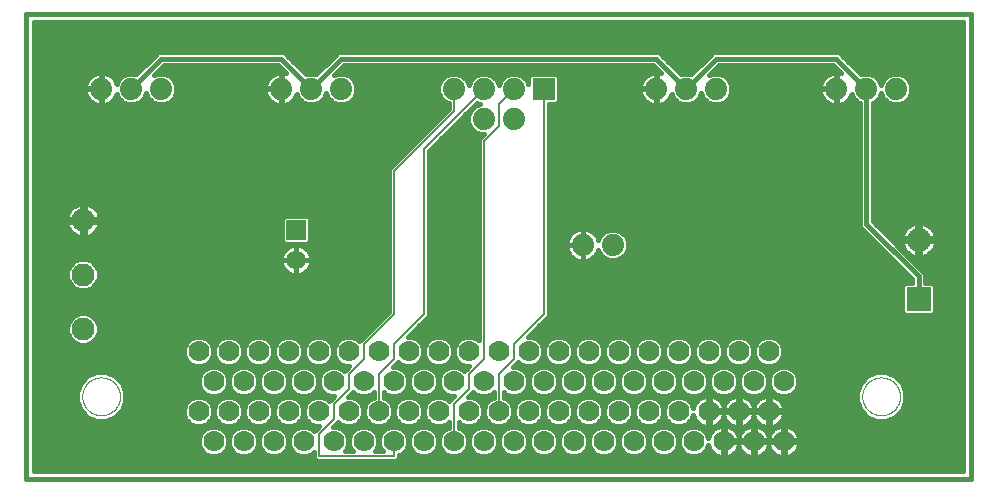
<source format=gbl>
G75*
%MOIN*%
%OFA0B0*%
%FSLAX25Y25*%
%IPPOS*%
%LPD*%
%AMOC8*
5,1,8,0,0,1.08239X$1,22.5*
%
%ADD10C,0.00000*%
%ADD11C,0.01600*%
%ADD12C,0.07400*%
%ADD13C,0.06500*%
%ADD14R,0.06500X0.06500*%
%ADD15R,0.07400X0.07400*%
%ADD16R,0.08000X0.08000*%
%ADD17C,0.08000*%
%ADD18C,0.07677*%
%ADD19C,0.07000*%
%ADD20C,0.00600*%
D10*
X0020501Y0029300D02*
X0020503Y0029458D01*
X0020509Y0029616D01*
X0020519Y0029774D01*
X0020533Y0029932D01*
X0020551Y0030089D01*
X0020572Y0030246D01*
X0020598Y0030402D01*
X0020628Y0030558D01*
X0020661Y0030713D01*
X0020699Y0030866D01*
X0020740Y0031019D01*
X0020785Y0031171D01*
X0020834Y0031322D01*
X0020887Y0031471D01*
X0020943Y0031619D01*
X0021003Y0031765D01*
X0021067Y0031910D01*
X0021135Y0032053D01*
X0021206Y0032195D01*
X0021280Y0032335D01*
X0021358Y0032472D01*
X0021440Y0032608D01*
X0021524Y0032742D01*
X0021613Y0032873D01*
X0021704Y0033002D01*
X0021799Y0033129D01*
X0021896Y0033254D01*
X0021997Y0033376D01*
X0022101Y0033495D01*
X0022208Y0033612D01*
X0022318Y0033726D01*
X0022431Y0033837D01*
X0022546Y0033946D01*
X0022664Y0034051D01*
X0022785Y0034153D01*
X0022908Y0034253D01*
X0023034Y0034349D01*
X0023162Y0034442D01*
X0023292Y0034532D01*
X0023425Y0034618D01*
X0023560Y0034702D01*
X0023696Y0034781D01*
X0023835Y0034858D01*
X0023976Y0034930D01*
X0024118Y0035000D01*
X0024262Y0035065D01*
X0024408Y0035127D01*
X0024555Y0035185D01*
X0024704Y0035240D01*
X0024854Y0035291D01*
X0025005Y0035338D01*
X0025157Y0035381D01*
X0025310Y0035420D01*
X0025465Y0035456D01*
X0025620Y0035487D01*
X0025776Y0035515D01*
X0025932Y0035539D01*
X0026089Y0035559D01*
X0026247Y0035575D01*
X0026404Y0035587D01*
X0026563Y0035595D01*
X0026721Y0035599D01*
X0026879Y0035599D01*
X0027037Y0035595D01*
X0027196Y0035587D01*
X0027353Y0035575D01*
X0027511Y0035559D01*
X0027668Y0035539D01*
X0027824Y0035515D01*
X0027980Y0035487D01*
X0028135Y0035456D01*
X0028290Y0035420D01*
X0028443Y0035381D01*
X0028595Y0035338D01*
X0028746Y0035291D01*
X0028896Y0035240D01*
X0029045Y0035185D01*
X0029192Y0035127D01*
X0029338Y0035065D01*
X0029482Y0035000D01*
X0029624Y0034930D01*
X0029765Y0034858D01*
X0029904Y0034781D01*
X0030040Y0034702D01*
X0030175Y0034618D01*
X0030308Y0034532D01*
X0030438Y0034442D01*
X0030566Y0034349D01*
X0030692Y0034253D01*
X0030815Y0034153D01*
X0030936Y0034051D01*
X0031054Y0033946D01*
X0031169Y0033837D01*
X0031282Y0033726D01*
X0031392Y0033612D01*
X0031499Y0033495D01*
X0031603Y0033376D01*
X0031704Y0033254D01*
X0031801Y0033129D01*
X0031896Y0033002D01*
X0031987Y0032873D01*
X0032076Y0032742D01*
X0032160Y0032608D01*
X0032242Y0032472D01*
X0032320Y0032335D01*
X0032394Y0032195D01*
X0032465Y0032053D01*
X0032533Y0031910D01*
X0032597Y0031765D01*
X0032657Y0031619D01*
X0032713Y0031471D01*
X0032766Y0031322D01*
X0032815Y0031171D01*
X0032860Y0031019D01*
X0032901Y0030866D01*
X0032939Y0030713D01*
X0032972Y0030558D01*
X0033002Y0030402D01*
X0033028Y0030246D01*
X0033049Y0030089D01*
X0033067Y0029932D01*
X0033081Y0029774D01*
X0033091Y0029616D01*
X0033097Y0029458D01*
X0033099Y0029300D01*
X0033097Y0029142D01*
X0033091Y0028984D01*
X0033081Y0028826D01*
X0033067Y0028668D01*
X0033049Y0028511D01*
X0033028Y0028354D01*
X0033002Y0028198D01*
X0032972Y0028042D01*
X0032939Y0027887D01*
X0032901Y0027734D01*
X0032860Y0027581D01*
X0032815Y0027429D01*
X0032766Y0027278D01*
X0032713Y0027129D01*
X0032657Y0026981D01*
X0032597Y0026835D01*
X0032533Y0026690D01*
X0032465Y0026547D01*
X0032394Y0026405D01*
X0032320Y0026265D01*
X0032242Y0026128D01*
X0032160Y0025992D01*
X0032076Y0025858D01*
X0031987Y0025727D01*
X0031896Y0025598D01*
X0031801Y0025471D01*
X0031704Y0025346D01*
X0031603Y0025224D01*
X0031499Y0025105D01*
X0031392Y0024988D01*
X0031282Y0024874D01*
X0031169Y0024763D01*
X0031054Y0024654D01*
X0030936Y0024549D01*
X0030815Y0024447D01*
X0030692Y0024347D01*
X0030566Y0024251D01*
X0030438Y0024158D01*
X0030308Y0024068D01*
X0030175Y0023982D01*
X0030040Y0023898D01*
X0029904Y0023819D01*
X0029765Y0023742D01*
X0029624Y0023670D01*
X0029482Y0023600D01*
X0029338Y0023535D01*
X0029192Y0023473D01*
X0029045Y0023415D01*
X0028896Y0023360D01*
X0028746Y0023309D01*
X0028595Y0023262D01*
X0028443Y0023219D01*
X0028290Y0023180D01*
X0028135Y0023144D01*
X0027980Y0023113D01*
X0027824Y0023085D01*
X0027668Y0023061D01*
X0027511Y0023041D01*
X0027353Y0023025D01*
X0027196Y0023013D01*
X0027037Y0023005D01*
X0026879Y0023001D01*
X0026721Y0023001D01*
X0026563Y0023005D01*
X0026404Y0023013D01*
X0026247Y0023025D01*
X0026089Y0023041D01*
X0025932Y0023061D01*
X0025776Y0023085D01*
X0025620Y0023113D01*
X0025465Y0023144D01*
X0025310Y0023180D01*
X0025157Y0023219D01*
X0025005Y0023262D01*
X0024854Y0023309D01*
X0024704Y0023360D01*
X0024555Y0023415D01*
X0024408Y0023473D01*
X0024262Y0023535D01*
X0024118Y0023600D01*
X0023976Y0023670D01*
X0023835Y0023742D01*
X0023696Y0023819D01*
X0023560Y0023898D01*
X0023425Y0023982D01*
X0023292Y0024068D01*
X0023162Y0024158D01*
X0023034Y0024251D01*
X0022908Y0024347D01*
X0022785Y0024447D01*
X0022664Y0024549D01*
X0022546Y0024654D01*
X0022431Y0024763D01*
X0022318Y0024874D01*
X0022208Y0024988D01*
X0022101Y0025105D01*
X0021997Y0025224D01*
X0021896Y0025346D01*
X0021799Y0025471D01*
X0021704Y0025598D01*
X0021613Y0025727D01*
X0021524Y0025858D01*
X0021440Y0025992D01*
X0021358Y0026128D01*
X0021280Y0026265D01*
X0021206Y0026405D01*
X0021135Y0026547D01*
X0021067Y0026690D01*
X0021003Y0026835D01*
X0020943Y0026981D01*
X0020887Y0027129D01*
X0020834Y0027278D01*
X0020785Y0027429D01*
X0020740Y0027581D01*
X0020699Y0027734D01*
X0020661Y0027887D01*
X0020628Y0028042D01*
X0020598Y0028198D01*
X0020572Y0028354D01*
X0020551Y0028511D01*
X0020533Y0028668D01*
X0020519Y0028826D01*
X0020509Y0028984D01*
X0020503Y0029142D01*
X0020501Y0029300D01*
X0280501Y0029300D02*
X0280503Y0029458D01*
X0280509Y0029616D01*
X0280519Y0029774D01*
X0280533Y0029932D01*
X0280551Y0030089D01*
X0280572Y0030246D01*
X0280598Y0030402D01*
X0280628Y0030558D01*
X0280661Y0030713D01*
X0280699Y0030866D01*
X0280740Y0031019D01*
X0280785Y0031171D01*
X0280834Y0031322D01*
X0280887Y0031471D01*
X0280943Y0031619D01*
X0281003Y0031765D01*
X0281067Y0031910D01*
X0281135Y0032053D01*
X0281206Y0032195D01*
X0281280Y0032335D01*
X0281358Y0032472D01*
X0281440Y0032608D01*
X0281524Y0032742D01*
X0281613Y0032873D01*
X0281704Y0033002D01*
X0281799Y0033129D01*
X0281896Y0033254D01*
X0281997Y0033376D01*
X0282101Y0033495D01*
X0282208Y0033612D01*
X0282318Y0033726D01*
X0282431Y0033837D01*
X0282546Y0033946D01*
X0282664Y0034051D01*
X0282785Y0034153D01*
X0282908Y0034253D01*
X0283034Y0034349D01*
X0283162Y0034442D01*
X0283292Y0034532D01*
X0283425Y0034618D01*
X0283560Y0034702D01*
X0283696Y0034781D01*
X0283835Y0034858D01*
X0283976Y0034930D01*
X0284118Y0035000D01*
X0284262Y0035065D01*
X0284408Y0035127D01*
X0284555Y0035185D01*
X0284704Y0035240D01*
X0284854Y0035291D01*
X0285005Y0035338D01*
X0285157Y0035381D01*
X0285310Y0035420D01*
X0285465Y0035456D01*
X0285620Y0035487D01*
X0285776Y0035515D01*
X0285932Y0035539D01*
X0286089Y0035559D01*
X0286247Y0035575D01*
X0286404Y0035587D01*
X0286563Y0035595D01*
X0286721Y0035599D01*
X0286879Y0035599D01*
X0287037Y0035595D01*
X0287196Y0035587D01*
X0287353Y0035575D01*
X0287511Y0035559D01*
X0287668Y0035539D01*
X0287824Y0035515D01*
X0287980Y0035487D01*
X0288135Y0035456D01*
X0288290Y0035420D01*
X0288443Y0035381D01*
X0288595Y0035338D01*
X0288746Y0035291D01*
X0288896Y0035240D01*
X0289045Y0035185D01*
X0289192Y0035127D01*
X0289338Y0035065D01*
X0289482Y0035000D01*
X0289624Y0034930D01*
X0289765Y0034858D01*
X0289904Y0034781D01*
X0290040Y0034702D01*
X0290175Y0034618D01*
X0290308Y0034532D01*
X0290438Y0034442D01*
X0290566Y0034349D01*
X0290692Y0034253D01*
X0290815Y0034153D01*
X0290936Y0034051D01*
X0291054Y0033946D01*
X0291169Y0033837D01*
X0291282Y0033726D01*
X0291392Y0033612D01*
X0291499Y0033495D01*
X0291603Y0033376D01*
X0291704Y0033254D01*
X0291801Y0033129D01*
X0291896Y0033002D01*
X0291987Y0032873D01*
X0292076Y0032742D01*
X0292160Y0032608D01*
X0292242Y0032472D01*
X0292320Y0032335D01*
X0292394Y0032195D01*
X0292465Y0032053D01*
X0292533Y0031910D01*
X0292597Y0031765D01*
X0292657Y0031619D01*
X0292713Y0031471D01*
X0292766Y0031322D01*
X0292815Y0031171D01*
X0292860Y0031019D01*
X0292901Y0030866D01*
X0292939Y0030713D01*
X0292972Y0030558D01*
X0293002Y0030402D01*
X0293028Y0030246D01*
X0293049Y0030089D01*
X0293067Y0029932D01*
X0293081Y0029774D01*
X0293091Y0029616D01*
X0293097Y0029458D01*
X0293099Y0029300D01*
X0293097Y0029142D01*
X0293091Y0028984D01*
X0293081Y0028826D01*
X0293067Y0028668D01*
X0293049Y0028511D01*
X0293028Y0028354D01*
X0293002Y0028198D01*
X0292972Y0028042D01*
X0292939Y0027887D01*
X0292901Y0027734D01*
X0292860Y0027581D01*
X0292815Y0027429D01*
X0292766Y0027278D01*
X0292713Y0027129D01*
X0292657Y0026981D01*
X0292597Y0026835D01*
X0292533Y0026690D01*
X0292465Y0026547D01*
X0292394Y0026405D01*
X0292320Y0026265D01*
X0292242Y0026128D01*
X0292160Y0025992D01*
X0292076Y0025858D01*
X0291987Y0025727D01*
X0291896Y0025598D01*
X0291801Y0025471D01*
X0291704Y0025346D01*
X0291603Y0025224D01*
X0291499Y0025105D01*
X0291392Y0024988D01*
X0291282Y0024874D01*
X0291169Y0024763D01*
X0291054Y0024654D01*
X0290936Y0024549D01*
X0290815Y0024447D01*
X0290692Y0024347D01*
X0290566Y0024251D01*
X0290438Y0024158D01*
X0290308Y0024068D01*
X0290175Y0023982D01*
X0290040Y0023898D01*
X0289904Y0023819D01*
X0289765Y0023742D01*
X0289624Y0023670D01*
X0289482Y0023600D01*
X0289338Y0023535D01*
X0289192Y0023473D01*
X0289045Y0023415D01*
X0288896Y0023360D01*
X0288746Y0023309D01*
X0288595Y0023262D01*
X0288443Y0023219D01*
X0288290Y0023180D01*
X0288135Y0023144D01*
X0287980Y0023113D01*
X0287824Y0023085D01*
X0287668Y0023061D01*
X0287511Y0023041D01*
X0287353Y0023025D01*
X0287196Y0023013D01*
X0287037Y0023005D01*
X0286879Y0023001D01*
X0286721Y0023001D01*
X0286563Y0023005D01*
X0286404Y0023013D01*
X0286247Y0023025D01*
X0286089Y0023041D01*
X0285932Y0023061D01*
X0285776Y0023085D01*
X0285620Y0023113D01*
X0285465Y0023144D01*
X0285310Y0023180D01*
X0285157Y0023219D01*
X0285005Y0023262D01*
X0284854Y0023309D01*
X0284704Y0023360D01*
X0284555Y0023415D01*
X0284408Y0023473D01*
X0284262Y0023535D01*
X0284118Y0023600D01*
X0283976Y0023670D01*
X0283835Y0023742D01*
X0283696Y0023819D01*
X0283560Y0023898D01*
X0283425Y0023982D01*
X0283292Y0024068D01*
X0283162Y0024158D01*
X0283034Y0024251D01*
X0282908Y0024347D01*
X0282785Y0024447D01*
X0282664Y0024549D01*
X0282546Y0024654D01*
X0282431Y0024763D01*
X0282318Y0024874D01*
X0282208Y0024988D01*
X0282101Y0025105D01*
X0281997Y0025224D01*
X0281896Y0025346D01*
X0281799Y0025471D01*
X0281704Y0025598D01*
X0281613Y0025727D01*
X0281524Y0025858D01*
X0281440Y0025992D01*
X0281358Y0026128D01*
X0281280Y0026265D01*
X0281206Y0026405D01*
X0281135Y0026547D01*
X0281067Y0026690D01*
X0281003Y0026835D01*
X0280943Y0026981D01*
X0280887Y0027129D01*
X0280834Y0027278D01*
X0280785Y0027429D01*
X0280740Y0027581D01*
X0280699Y0027734D01*
X0280661Y0027887D01*
X0280628Y0028042D01*
X0280598Y0028198D01*
X0280572Y0028354D01*
X0280551Y0028511D01*
X0280533Y0028668D01*
X0280519Y0028826D01*
X0280509Y0028984D01*
X0280503Y0029142D01*
X0280501Y0029300D01*
D11*
X0001800Y0001800D02*
X0001800Y0156800D01*
X0316800Y0156800D01*
X0316800Y0001800D01*
X0001800Y0001800D01*
X0004400Y0004400D02*
X0004400Y0154200D01*
X0314200Y0154200D01*
X0314200Y0004400D01*
X0004400Y0004400D01*
X0004400Y0004997D02*
X0314200Y0004997D01*
X0314200Y0006596D02*
X0004400Y0006596D01*
X0004400Y0008194D02*
X0098002Y0008194D01*
X0097600Y0008596D02*
X0098596Y0007600D01*
X0125004Y0007600D01*
X0126000Y0008596D01*
X0126000Y0009700D01*
X0127076Y0010146D01*
X0128454Y0011524D01*
X0129200Y0013325D01*
X0129200Y0015275D01*
X0128454Y0017076D01*
X0127076Y0018454D01*
X0125275Y0019200D01*
X0123325Y0019200D01*
X0121524Y0018454D01*
X0120146Y0017076D01*
X0119400Y0015275D01*
X0119400Y0013325D01*
X0120146Y0011524D01*
X0120670Y0011000D01*
X0117930Y0011000D01*
X0118454Y0011524D01*
X0119200Y0013325D01*
X0119200Y0015275D01*
X0118454Y0017076D01*
X0117076Y0018454D01*
X0115275Y0019200D01*
X0113325Y0019200D01*
X0111524Y0018454D01*
X0110146Y0017076D01*
X0109400Y0015275D01*
X0109400Y0013325D01*
X0110146Y0011524D01*
X0110670Y0011000D01*
X0107930Y0011000D01*
X0108454Y0011524D01*
X0109200Y0013325D01*
X0109200Y0015275D01*
X0108454Y0017076D01*
X0107076Y0018454D01*
X0105275Y0019200D01*
X0104104Y0019200D01*
X0105787Y0020883D01*
X0106524Y0020146D01*
X0108325Y0019400D01*
X0110275Y0019400D01*
X0112076Y0020146D01*
X0113454Y0021524D01*
X0114200Y0023325D01*
X0114200Y0025275D01*
X0113454Y0027076D01*
X0112076Y0028454D01*
X0110275Y0029200D01*
X0109104Y0029200D01*
X0110787Y0030883D01*
X0111524Y0030146D01*
X0113325Y0029400D01*
X0115275Y0029400D01*
X0117076Y0030146D01*
X0117600Y0030670D01*
X0117600Y0028900D01*
X0116524Y0028454D01*
X0115146Y0027076D01*
X0114400Y0025275D01*
X0114400Y0023325D01*
X0115146Y0021524D01*
X0116524Y0020146D01*
X0118325Y0019400D01*
X0120275Y0019400D01*
X0122076Y0020146D01*
X0123454Y0021524D01*
X0124200Y0023325D01*
X0124200Y0025275D01*
X0123454Y0027076D01*
X0122076Y0028454D01*
X0121000Y0028900D01*
X0121000Y0030670D01*
X0121524Y0030146D01*
X0123325Y0029400D01*
X0125275Y0029400D01*
X0127076Y0030146D01*
X0128454Y0031524D01*
X0129200Y0033325D01*
X0129200Y0035275D01*
X0128454Y0037076D01*
X0127076Y0038454D01*
X0125275Y0039200D01*
X0124104Y0039200D01*
X0125004Y0040100D01*
X0125787Y0040883D01*
X0126524Y0040146D01*
X0128325Y0039400D01*
X0130275Y0039400D01*
X0132076Y0040146D01*
X0133454Y0041524D01*
X0134200Y0043325D01*
X0134200Y0045275D01*
X0133454Y0047076D01*
X0132076Y0048454D01*
X0130275Y0049200D01*
X0129104Y0049200D01*
X0135004Y0055100D01*
X0136000Y0056096D01*
X0136000Y0111096D01*
X0152097Y0127192D01*
X0153044Y0126800D01*
X0151411Y0126124D01*
X0149976Y0124689D01*
X0149200Y0122814D01*
X0149200Y0120786D01*
X0149976Y0118911D01*
X0151411Y0117476D01*
X0153286Y0116700D01*
X0154296Y0116700D01*
X0152600Y0115004D01*
X0152600Y0047930D01*
X0152076Y0048454D01*
X0150275Y0049200D01*
X0148325Y0049200D01*
X0146524Y0048454D01*
X0145146Y0047076D01*
X0144400Y0045275D01*
X0144400Y0043325D01*
X0145146Y0041524D01*
X0146524Y0040146D01*
X0148325Y0039400D01*
X0149496Y0039400D01*
X0147813Y0037717D01*
X0147076Y0038454D01*
X0145275Y0039200D01*
X0143325Y0039200D01*
X0141524Y0038454D01*
X0140146Y0037076D01*
X0139400Y0035275D01*
X0139400Y0033325D01*
X0140146Y0031524D01*
X0141524Y0030146D01*
X0143325Y0029400D01*
X0144496Y0029400D01*
X0142813Y0027717D01*
X0142076Y0028454D01*
X0140275Y0029200D01*
X0138325Y0029200D01*
X0136524Y0028454D01*
X0135146Y0027076D01*
X0134400Y0025275D01*
X0134400Y0023325D01*
X0135146Y0021524D01*
X0136524Y0020146D01*
X0138325Y0019400D01*
X0140275Y0019400D01*
X0142076Y0020146D01*
X0142600Y0020670D01*
X0142600Y0018900D01*
X0141524Y0018454D01*
X0140146Y0017076D01*
X0139400Y0015275D01*
X0139400Y0013325D01*
X0140146Y0011524D01*
X0141524Y0010146D01*
X0143325Y0009400D01*
X0145275Y0009400D01*
X0147076Y0010146D01*
X0148454Y0011524D01*
X0149200Y0013325D01*
X0149200Y0015275D01*
X0148454Y0017076D01*
X0147076Y0018454D01*
X0146000Y0018900D01*
X0146000Y0020670D01*
X0146524Y0020146D01*
X0148325Y0019400D01*
X0150275Y0019400D01*
X0152076Y0020146D01*
X0153454Y0021524D01*
X0154200Y0023325D01*
X0154200Y0025275D01*
X0153454Y0027076D01*
X0152076Y0028454D01*
X0150275Y0029200D01*
X0149104Y0029200D01*
X0150004Y0030100D01*
X0150787Y0030883D01*
X0151524Y0030146D01*
X0153325Y0029400D01*
X0155275Y0029400D01*
X0157076Y0030146D01*
X0157600Y0030670D01*
X0157600Y0028900D01*
X0156524Y0028454D01*
X0155146Y0027076D01*
X0154400Y0025275D01*
X0154400Y0023325D01*
X0155146Y0021524D01*
X0156524Y0020146D01*
X0158325Y0019400D01*
X0160275Y0019400D01*
X0162076Y0020146D01*
X0163454Y0021524D01*
X0164200Y0023325D01*
X0164200Y0025275D01*
X0163454Y0027076D01*
X0162076Y0028454D01*
X0161000Y0028900D01*
X0161000Y0030670D01*
X0161524Y0030146D01*
X0163325Y0029400D01*
X0165275Y0029400D01*
X0167076Y0030146D01*
X0168454Y0031524D01*
X0169200Y0033325D01*
X0169200Y0035275D01*
X0168454Y0037076D01*
X0167076Y0038454D01*
X0165275Y0039200D01*
X0164104Y0039200D01*
X0165787Y0040883D01*
X0166524Y0040146D01*
X0168325Y0039400D01*
X0170275Y0039400D01*
X0172076Y0040146D01*
X0173454Y0041524D01*
X0174200Y0043325D01*
X0174200Y0045275D01*
X0173454Y0047076D01*
X0172076Y0048454D01*
X0170275Y0049200D01*
X0169104Y0049200D01*
X0176000Y0056096D01*
X0176000Y0126700D01*
X0178580Y0126700D01*
X0179400Y0127520D01*
X0179400Y0136080D01*
X0178580Y0136900D01*
X0170020Y0136900D01*
X0169200Y0136080D01*
X0169200Y0133297D01*
X0168624Y0134689D01*
X0167189Y0136124D01*
X0165314Y0136900D01*
X0163286Y0136900D01*
X0161411Y0136124D01*
X0159976Y0134689D01*
X0159300Y0133056D01*
X0158624Y0134689D01*
X0157189Y0136124D01*
X0155314Y0136900D01*
X0153286Y0136900D01*
X0151411Y0136124D01*
X0149976Y0134689D01*
X0149300Y0133056D01*
X0148624Y0134689D01*
X0147189Y0136124D01*
X0145314Y0136900D01*
X0143286Y0136900D01*
X0141411Y0136124D01*
X0139976Y0134689D01*
X0139200Y0132814D01*
X0139200Y0130786D01*
X0139976Y0128911D01*
X0141411Y0127476D01*
X0142600Y0126984D01*
X0142600Y0125004D01*
X0123596Y0106000D01*
X0122600Y0105004D01*
X0122600Y0057504D01*
X0113596Y0048500D01*
X0112813Y0047717D01*
X0112076Y0048454D01*
X0110275Y0049200D01*
X0108325Y0049200D01*
X0106524Y0048454D01*
X0105146Y0047076D01*
X0104400Y0045275D01*
X0104400Y0043325D01*
X0105146Y0041524D01*
X0106524Y0040146D01*
X0108325Y0039400D01*
X0109496Y0039400D01*
X0108596Y0038500D01*
X0107813Y0037717D01*
X0107076Y0038454D01*
X0105275Y0039200D01*
X0103325Y0039200D01*
X0101524Y0038454D01*
X0100146Y0037076D01*
X0099400Y0035275D01*
X0099400Y0033325D01*
X0100146Y0031524D01*
X0101524Y0030146D01*
X0103325Y0029400D01*
X0104496Y0029400D01*
X0103596Y0028500D01*
X0102813Y0027717D01*
X0102076Y0028454D01*
X0100275Y0029200D01*
X0098325Y0029200D01*
X0096524Y0028454D01*
X0095146Y0027076D01*
X0094400Y0025275D01*
X0094400Y0023325D01*
X0095146Y0021524D01*
X0096524Y0020146D01*
X0098325Y0019400D01*
X0099496Y0019400D01*
X0098596Y0018500D01*
X0097813Y0017717D01*
X0097076Y0018454D01*
X0095275Y0019200D01*
X0093325Y0019200D01*
X0091524Y0018454D01*
X0090146Y0017076D01*
X0089400Y0015275D01*
X0089400Y0013325D01*
X0090146Y0011524D01*
X0091524Y0010146D01*
X0093325Y0009400D01*
X0095275Y0009400D01*
X0097076Y0010146D01*
X0097600Y0010670D01*
X0097600Y0008596D01*
X0097600Y0009793D02*
X0096222Y0009793D01*
X0092378Y0009793D02*
X0086222Y0009793D01*
X0087076Y0010146D02*
X0088454Y0011524D01*
X0089200Y0013325D01*
X0089200Y0015275D01*
X0088454Y0017076D01*
X0087076Y0018454D01*
X0085275Y0019200D01*
X0083325Y0019200D01*
X0081524Y0018454D01*
X0080146Y0017076D01*
X0079400Y0015275D01*
X0079400Y0013325D01*
X0080146Y0011524D01*
X0081524Y0010146D01*
X0083325Y0009400D01*
X0085275Y0009400D01*
X0087076Y0010146D01*
X0088321Y0011391D02*
X0090279Y0011391D01*
X0089539Y0012990D02*
X0089061Y0012990D01*
X0089200Y0014588D02*
X0089400Y0014588D01*
X0089778Y0016187D02*
X0088822Y0016187D01*
X0087745Y0017785D02*
X0090855Y0017785D01*
X0090275Y0019400D02*
X0092076Y0020146D01*
X0093454Y0021524D01*
X0094200Y0023325D01*
X0094200Y0025275D01*
X0093454Y0027076D01*
X0092076Y0028454D01*
X0090275Y0029200D01*
X0088325Y0029200D01*
X0086524Y0028454D01*
X0085146Y0027076D01*
X0084400Y0025275D01*
X0084400Y0023325D01*
X0085146Y0021524D01*
X0086524Y0020146D01*
X0088325Y0019400D01*
X0090275Y0019400D01*
X0092912Y0020982D02*
X0095688Y0020982D01*
X0094708Y0022581D02*
X0093892Y0022581D01*
X0094200Y0024179D02*
X0094400Y0024179D01*
X0094608Y0025778D02*
X0093992Y0025778D01*
X0093153Y0027376D02*
X0095447Y0027376D01*
X0095275Y0029400D02*
X0093325Y0029400D01*
X0091524Y0030146D01*
X0090146Y0031524D01*
X0089400Y0033325D01*
X0089400Y0035275D01*
X0090146Y0037076D01*
X0091524Y0038454D01*
X0093325Y0039200D01*
X0095275Y0039200D01*
X0097076Y0038454D01*
X0098454Y0037076D01*
X0099200Y0035275D01*
X0099200Y0033325D01*
X0098454Y0031524D01*
X0097076Y0030146D01*
X0095275Y0029400D01*
X0097503Y0030573D02*
X0101097Y0030573D01*
X0100819Y0028975D02*
X0104071Y0028975D01*
X0099878Y0032172D02*
X0098722Y0032172D01*
X0099200Y0033770D02*
X0099400Y0033770D01*
X0099439Y0035369D02*
X0099161Y0035369D01*
X0098499Y0036967D02*
X0100101Y0036967D01*
X0101794Y0038566D02*
X0096806Y0038566D01*
X0096524Y0040146D02*
X0098325Y0039400D01*
X0100275Y0039400D01*
X0102076Y0040146D01*
X0103454Y0041524D01*
X0104200Y0043325D01*
X0104200Y0045275D01*
X0103454Y0047076D01*
X0102076Y0048454D01*
X0100275Y0049200D01*
X0098325Y0049200D01*
X0096524Y0048454D01*
X0095146Y0047076D01*
X0094400Y0045275D01*
X0094400Y0043325D01*
X0095146Y0041524D01*
X0096524Y0040146D01*
X0096506Y0040164D02*
X0092094Y0040164D01*
X0092076Y0040146D02*
X0093454Y0041524D01*
X0094200Y0043325D01*
X0094200Y0045275D01*
X0093454Y0047076D01*
X0092076Y0048454D01*
X0090275Y0049200D01*
X0088325Y0049200D01*
X0086524Y0048454D01*
X0085146Y0047076D01*
X0084400Y0045275D01*
X0084400Y0043325D01*
X0085146Y0041524D01*
X0086524Y0040146D01*
X0088325Y0039400D01*
X0090275Y0039400D01*
X0092076Y0040146D01*
X0091794Y0038566D02*
X0086806Y0038566D01*
X0087076Y0038454D02*
X0085275Y0039200D01*
X0083325Y0039200D01*
X0081524Y0038454D01*
X0080146Y0037076D01*
X0079400Y0035275D01*
X0079400Y0033325D01*
X0080146Y0031524D01*
X0081524Y0030146D01*
X0083325Y0029400D01*
X0085275Y0029400D01*
X0087076Y0030146D01*
X0088454Y0031524D01*
X0089200Y0033325D01*
X0089200Y0035275D01*
X0088454Y0037076D01*
X0087076Y0038454D01*
X0086506Y0040164D02*
X0082094Y0040164D01*
X0082076Y0040146D02*
X0083454Y0041524D01*
X0084200Y0043325D01*
X0084200Y0045275D01*
X0083454Y0047076D01*
X0082076Y0048454D01*
X0080275Y0049200D01*
X0078325Y0049200D01*
X0076524Y0048454D01*
X0075146Y0047076D01*
X0074400Y0045275D01*
X0074400Y0043325D01*
X0075146Y0041524D01*
X0076524Y0040146D01*
X0078325Y0039400D01*
X0080275Y0039400D01*
X0082076Y0040146D01*
X0081794Y0038566D02*
X0076806Y0038566D01*
X0077076Y0038454D02*
X0075275Y0039200D01*
X0073325Y0039200D01*
X0071524Y0038454D01*
X0070146Y0037076D01*
X0069400Y0035275D01*
X0069400Y0033325D01*
X0070146Y0031524D01*
X0071524Y0030146D01*
X0073325Y0029400D01*
X0075275Y0029400D01*
X0077076Y0030146D01*
X0078454Y0031524D01*
X0079200Y0033325D01*
X0079200Y0035275D01*
X0078454Y0037076D01*
X0077076Y0038454D01*
X0076506Y0040164D02*
X0072094Y0040164D01*
X0072076Y0040146D02*
X0073454Y0041524D01*
X0074200Y0043325D01*
X0074200Y0045275D01*
X0073454Y0047076D01*
X0072076Y0048454D01*
X0070275Y0049200D01*
X0068325Y0049200D01*
X0066524Y0048454D01*
X0065146Y0047076D01*
X0064400Y0045275D01*
X0064400Y0043325D01*
X0065146Y0041524D01*
X0066524Y0040146D01*
X0068325Y0039400D01*
X0070275Y0039400D01*
X0072076Y0040146D01*
X0071794Y0038566D02*
X0066806Y0038566D01*
X0067076Y0038454D02*
X0065275Y0039200D01*
X0063325Y0039200D01*
X0061524Y0038454D01*
X0060146Y0037076D01*
X0059400Y0035275D01*
X0059400Y0033325D01*
X0060146Y0031524D01*
X0061524Y0030146D01*
X0063325Y0029400D01*
X0065275Y0029400D01*
X0067076Y0030146D01*
X0068454Y0031524D01*
X0069200Y0033325D01*
X0069200Y0035275D01*
X0068454Y0037076D01*
X0067076Y0038454D01*
X0066506Y0040164D02*
X0062094Y0040164D01*
X0062076Y0040146D02*
X0063454Y0041524D01*
X0064200Y0043325D01*
X0064200Y0045275D01*
X0063454Y0047076D01*
X0062076Y0048454D01*
X0060275Y0049200D01*
X0058325Y0049200D01*
X0056524Y0048454D01*
X0055146Y0047076D01*
X0054400Y0045275D01*
X0054400Y0043325D01*
X0055146Y0041524D01*
X0056524Y0040146D01*
X0058325Y0039400D01*
X0060275Y0039400D01*
X0062076Y0040146D01*
X0061794Y0038566D02*
X0004400Y0038566D01*
X0004400Y0040164D02*
X0056506Y0040164D01*
X0055047Y0041763D02*
X0004400Y0041763D01*
X0004400Y0043361D02*
X0054400Y0043361D01*
X0054400Y0044960D02*
X0004400Y0044960D01*
X0004400Y0046558D02*
X0054932Y0046558D01*
X0056227Y0048157D02*
X0024565Y0048157D01*
X0025241Y0048833D02*
X0026039Y0050758D01*
X0026039Y0052842D01*
X0025241Y0054767D01*
X0023767Y0056241D01*
X0021842Y0057039D01*
X0019758Y0057039D01*
X0017833Y0056241D01*
X0016359Y0054767D01*
X0015561Y0052842D01*
X0015561Y0050758D01*
X0016359Y0048833D01*
X0017833Y0047359D01*
X0019758Y0046561D01*
X0021842Y0046561D01*
X0023767Y0047359D01*
X0025241Y0048833D01*
X0025623Y0049755D02*
X0114851Y0049755D01*
X0113253Y0048157D02*
X0112373Y0048157D01*
X0116450Y0051354D02*
X0026039Y0051354D01*
X0025993Y0052952D02*
X0118048Y0052952D01*
X0119647Y0054551D02*
X0025331Y0054551D01*
X0023859Y0056149D02*
X0121245Y0056149D01*
X0122600Y0057748D02*
X0004400Y0057748D01*
X0004400Y0059346D02*
X0122600Y0059346D01*
X0122600Y0060945D02*
X0004400Y0060945D01*
X0004400Y0062543D02*
X0122600Y0062543D01*
X0122600Y0064142D02*
X0004400Y0064142D01*
X0004400Y0065740D02*
X0017561Y0065740D01*
X0017833Y0065469D02*
X0019758Y0064672D01*
X0021842Y0064672D01*
X0023767Y0065469D01*
X0025241Y0066943D01*
X0026039Y0068868D01*
X0026039Y0070952D01*
X0025241Y0072878D01*
X0023767Y0074351D01*
X0021842Y0075149D01*
X0019758Y0075149D01*
X0017833Y0074351D01*
X0016359Y0072878D01*
X0015561Y0070952D01*
X0015561Y0068868D01*
X0016359Y0066943D01*
X0017833Y0065469D01*
X0016195Y0067339D02*
X0004400Y0067339D01*
X0004400Y0068937D02*
X0015561Y0068937D01*
X0015561Y0070536D02*
X0004400Y0070536D01*
X0004400Y0072134D02*
X0016051Y0072134D01*
X0017214Y0073733D02*
X0004400Y0073733D01*
X0004400Y0075332D02*
X0086771Y0075332D01*
X0086750Y0075197D02*
X0086750Y0074800D01*
X0091800Y0074800D01*
X0091800Y0074800D01*
X0091800Y0079850D01*
X0092197Y0079850D01*
X0092983Y0079726D01*
X0093739Y0079480D01*
X0094447Y0079119D01*
X0095090Y0078652D01*
X0095652Y0078090D01*
X0096119Y0077447D01*
X0096480Y0076739D01*
X0096726Y0075983D01*
X0096850Y0075197D01*
X0096850Y0074800D01*
X0091800Y0074800D01*
X0091800Y0074800D01*
X0091800Y0074800D01*
X0091800Y0079850D01*
X0091403Y0079850D01*
X0090617Y0079726D01*
X0089861Y0079480D01*
X0089153Y0079119D01*
X0088510Y0078652D01*
X0087948Y0078090D01*
X0087481Y0077447D01*
X0087120Y0076739D01*
X0086874Y0075983D01*
X0086750Y0075197D01*
X0086750Y0074800D02*
X0086750Y0074403D01*
X0086874Y0073617D01*
X0087120Y0072861D01*
X0087481Y0072153D01*
X0087948Y0071510D01*
X0088510Y0070948D01*
X0089153Y0070481D01*
X0089861Y0070120D01*
X0090617Y0069874D01*
X0091403Y0069750D01*
X0091800Y0069750D01*
X0092197Y0069750D01*
X0092983Y0069874D01*
X0093739Y0070120D01*
X0094447Y0070481D01*
X0095090Y0070948D01*
X0095652Y0071510D01*
X0096119Y0072153D01*
X0096480Y0072861D01*
X0096726Y0073617D01*
X0096850Y0074403D01*
X0096850Y0074800D01*
X0091800Y0074800D01*
X0091800Y0069750D01*
X0091800Y0074800D01*
X0091800Y0074800D01*
X0086750Y0074800D01*
X0086856Y0073733D02*
X0024386Y0073733D01*
X0025549Y0072134D02*
X0087494Y0072134D01*
X0089077Y0070536D02*
X0026039Y0070536D01*
X0026039Y0068937D02*
X0122600Y0068937D01*
X0122600Y0067339D02*
X0025405Y0067339D01*
X0024039Y0065740D02*
X0122600Y0065740D01*
X0122600Y0070536D02*
X0094523Y0070536D01*
X0096106Y0072134D02*
X0122600Y0072134D01*
X0122600Y0073733D02*
X0096744Y0073733D01*
X0096829Y0075332D02*
X0122600Y0075332D01*
X0122600Y0076930D02*
X0096382Y0076930D01*
X0095213Y0078529D02*
X0122600Y0078529D01*
X0122600Y0080127D02*
X0004400Y0080127D01*
X0004400Y0078529D02*
X0088387Y0078529D01*
X0087970Y0080150D02*
X0087150Y0080970D01*
X0087150Y0088630D01*
X0087970Y0089450D01*
X0095630Y0089450D01*
X0096450Y0088630D01*
X0096450Y0080970D01*
X0095630Y0080150D01*
X0087970Y0080150D01*
X0087150Y0081726D02*
X0004400Y0081726D01*
X0004400Y0083324D02*
X0017671Y0083324D01*
X0017845Y0083198D02*
X0018636Y0082795D01*
X0019480Y0082521D01*
X0020320Y0082388D01*
X0020320Y0087541D01*
X0015167Y0087541D01*
X0015300Y0086700D01*
X0015575Y0085856D01*
X0015977Y0085065D01*
X0016499Y0084347D01*
X0017127Y0083720D01*
X0017845Y0083198D01*
X0016081Y0084923D02*
X0004400Y0084923D01*
X0004400Y0086521D02*
X0015358Y0086521D01*
X0015167Y0088500D02*
X0020320Y0088500D01*
X0020320Y0087541D01*
X0021280Y0087541D01*
X0021280Y0088500D01*
X0026433Y0088500D01*
X0026300Y0089341D01*
X0026025Y0090185D01*
X0025623Y0090976D01*
X0025101Y0091694D01*
X0024473Y0092321D01*
X0023755Y0092843D01*
X0022964Y0093246D01*
X0022120Y0093520D01*
X0021280Y0093653D01*
X0021280Y0088500D01*
X0020320Y0088500D01*
X0020320Y0093653D01*
X0019480Y0093520D01*
X0018636Y0093246D01*
X0017845Y0092843D01*
X0017127Y0092321D01*
X0016499Y0091694D01*
X0015977Y0090976D01*
X0015575Y0090185D01*
X0015300Y0089341D01*
X0015167Y0088500D01*
X0015423Y0089718D02*
X0004400Y0089718D01*
X0004400Y0088120D02*
X0020320Y0088120D01*
X0021280Y0088120D02*
X0087150Y0088120D01*
X0087150Y0086521D02*
X0026242Y0086521D01*
X0026300Y0086700D02*
X0026433Y0087541D01*
X0021280Y0087541D01*
X0021280Y0082388D01*
X0022120Y0082521D01*
X0022964Y0082795D01*
X0023755Y0083198D01*
X0024473Y0083720D01*
X0025101Y0084347D01*
X0025623Y0085065D01*
X0026025Y0085856D01*
X0026300Y0086700D01*
X0025519Y0084923D02*
X0087150Y0084923D01*
X0087150Y0083324D02*
X0023929Y0083324D01*
X0021280Y0083324D02*
X0020320Y0083324D01*
X0020320Y0084923D02*
X0021280Y0084923D01*
X0021280Y0086521D02*
X0020320Y0086521D01*
X0020320Y0089718D02*
X0021280Y0089718D01*
X0021280Y0091317D02*
X0020320Y0091317D01*
X0020320Y0092915D02*
X0021280Y0092915D01*
X0023614Y0092915D02*
X0122600Y0092915D01*
X0122600Y0091317D02*
X0025375Y0091317D01*
X0026177Y0089718D02*
X0122600Y0089718D01*
X0122600Y0088120D02*
X0096450Y0088120D01*
X0096450Y0086521D02*
X0122600Y0086521D01*
X0122600Y0084923D02*
X0096450Y0084923D01*
X0096450Y0083324D02*
X0122600Y0083324D01*
X0122600Y0081726D02*
X0096450Y0081726D01*
X0091800Y0078529D02*
X0091800Y0078529D01*
X0091800Y0076930D02*
X0091800Y0076930D01*
X0091800Y0075332D02*
X0091800Y0075332D01*
X0091800Y0073733D02*
X0091800Y0073733D01*
X0091800Y0072134D02*
X0091800Y0072134D01*
X0091800Y0070536D02*
X0091800Y0070536D01*
X0087218Y0076930D02*
X0004400Y0076930D01*
X0004400Y0091317D02*
X0016225Y0091317D01*
X0017986Y0092915D02*
X0004400Y0092915D01*
X0004400Y0094514D02*
X0122600Y0094514D01*
X0122600Y0096112D02*
X0004400Y0096112D01*
X0004400Y0097711D02*
X0122600Y0097711D01*
X0122600Y0099309D02*
X0004400Y0099309D01*
X0004400Y0100908D02*
X0122600Y0100908D01*
X0122600Y0102506D02*
X0004400Y0102506D01*
X0004400Y0104105D02*
X0122600Y0104105D01*
X0123299Y0105703D02*
X0004400Y0105703D01*
X0004400Y0107302D02*
X0124898Y0107302D01*
X0126496Y0108900D02*
X0004400Y0108900D01*
X0004400Y0110499D02*
X0128095Y0110499D01*
X0129693Y0112097D02*
X0004400Y0112097D01*
X0004400Y0113696D02*
X0131292Y0113696D01*
X0132890Y0115294D02*
X0004400Y0115294D01*
X0004400Y0116893D02*
X0134489Y0116893D01*
X0136087Y0118491D02*
X0004400Y0118491D01*
X0004400Y0120090D02*
X0137686Y0120090D01*
X0139284Y0121688D02*
X0004400Y0121688D01*
X0004400Y0123287D02*
X0140883Y0123287D01*
X0142481Y0124885D02*
X0004400Y0124885D01*
X0004400Y0126484D02*
X0025363Y0126484D01*
X0025512Y0126435D02*
X0026367Y0126300D01*
X0026600Y0126300D01*
X0026600Y0131600D01*
X0027000Y0131600D01*
X0027000Y0126300D01*
X0027233Y0126300D01*
X0028088Y0126435D01*
X0028911Y0126703D01*
X0029683Y0127096D01*
X0030383Y0127605D01*
X0030995Y0128217D01*
X0031504Y0128917D01*
X0031897Y0129689D01*
X0032010Y0130037D01*
X0032476Y0128911D01*
X0033911Y0127476D01*
X0035786Y0126700D01*
X0037814Y0126700D01*
X0039689Y0127476D01*
X0041124Y0128911D01*
X0041800Y0130544D01*
X0042476Y0128911D01*
X0043911Y0127476D01*
X0045786Y0126700D01*
X0047814Y0126700D01*
X0049689Y0127476D01*
X0051124Y0128911D01*
X0051900Y0130786D01*
X0051900Y0132814D01*
X0051124Y0134689D01*
X0049689Y0136124D01*
X0047814Y0136900D01*
X0045786Y0136900D01*
X0044464Y0136352D01*
X0047711Y0139600D01*
X0085889Y0139600D01*
X0088438Y0137051D01*
X0088088Y0137165D01*
X0087233Y0137300D01*
X0087000Y0137300D01*
X0087000Y0132000D01*
X0086600Y0132000D01*
X0086600Y0137300D01*
X0086367Y0137300D01*
X0085512Y0137165D01*
X0084689Y0136897D01*
X0083917Y0136504D01*
X0083217Y0135995D01*
X0082605Y0135383D01*
X0082096Y0134683D01*
X0081703Y0133911D01*
X0081435Y0133088D01*
X0081300Y0132233D01*
X0081300Y0132000D01*
X0086600Y0132000D01*
X0086600Y0131600D01*
X0087000Y0131600D01*
X0087000Y0126300D01*
X0087233Y0126300D01*
X0088088Y0126435D01*
X0088911Y0126703D01*
X0089683Y0127096D01*
X0090383Y0127605D01*
X0090995Y0128217D01*
X0091504Y0128917D01*
X0091897Y0129689D01*
X0092010Y0130037D01*
X0092476Y0128911D01*
X0093911Y0127476D01*
X0095786Y0126700D01*
X0097814Y0126700D01*
X0099689Y0127476D01*
X0101124Y0128911D01*
X0101800Y0130544D01*
X0102476Y0128911D01*
X0103911Y0127476D01*
X0105786Y0126700D01*
X0107814Y0126700D01*
X0109689Y0127476D01*
X0111124Y0128911D01*
X0111900Y0130786D01*
X0111900Y0132814D01*
X0111124Y0134689D01*
X0109689Y0136124D01*
X0107814Y0136900D01*
X0105786Y0136900D01*
X0104464Y0136352D01*
X0107711Y0139600D01*
X0210889Y0139600D01*
X0213438Y0137051D01*
X0213088Y0137165D01*
X0212233Y0137300D01*
X0212000Y0137300D01*
X0212000Y0132000D01*
X0211600Y0132000D01*
X0211600Y0137300D01*
X0211367Y0137300D01*
X0210512Y0137165D01*
X0209689Y0136897D01*
X0208917Y0136504D01*
X0208217Y0135995D01*
X0207605Y0135383D01*
X0207096Y0134683D01*
X0206703Y0133911D01*
X0206435Y0133088D01*
X0206300Y0132233D01*
X0206300Y0132000D01*
X0211600Y0132000D01*
X0211600Y0131600D01*
X0212000Y0131600D01*
X0212000Y0126300D01*
X0212233Y0126300D01*
X0213088Y0126435D01*
X0213911Y0126703D01*
X0214683Y0127096D01*
X0215383Y0127605D01*
X0215995Y0128217D01*
X0216504Y0128917D01*
X0216897Y0129689D01*
X0217010Y0130037D01*
X0217476Y0128911D01*
X0218911Y0127476D01*
X0220786Y0126700D01*
X0222814Y0126700D01*
X0224689Y0127476D01*
X0226124Y0128911D01*
X0226800Y0130544D01*
X0227476Y0128911D01*
X0228911Y0127476D01*
X0230786Y0126700D01*
X0232814Y0126700D01*
X0234689Y0127476D01*
X0236124Y0128911D01*
X0236900Y0130786D01*
X0236900Y0132814D01*
X0236124Y0134689D01*
X0234689Y0136124D01*
X0232814Y0136900D01*
X0230786Y0136900D01*
X0229464Y0136352D01*
X0232711Y0139600D01*
X0270889Y0139600D01*
X0273438Y0137051D01*
X0273088Y0137165D01*
X0272233Y0137300D01*
X0272000Y0137300D01*
X0272000Y0132000D01*
X0271600Y0132000D01*
X0271600Y0137300D01*
X0271367Y0137300D01*
X0270512Y0137165D01*
X0269689Y0136897D01*
X0268917Y0136504D01*
X0268217Y0135995D01*
X0267605Y0135383D01*
X0267096Y0134683D01*
X0266703Y0133911D01*
X0266435Y0133088D01*
X0266300Y0132233D01*
X0266300Y0132000D01*
X0271600Y0132000D01*
X0271600Y0131600D01*
X0266300Y0131600D01*
X0266300Y0131367D01*
X0266435Y0130512D01*
X0266703Y0129689D01*
X0267096Y0128917D01*
X0267605Y0128217D01*
X0268217Y0127605D01*
X0268917Y0127096D01*
X0269689Y0126703D01*
X0270512Y0126435D01*
X0271367Y0126300D01*
X0271600Y0126300D01*
X0271600Y0131600D01*
X0272000Y0131600D01*
X0272000Y0126300D01*
X0272233Y0126300D01*
X0273088Y0126435D01*
X0273911Y0126703D01*
X0274683Y0127096D01*
X0275383Y0127605D01*
X0275995Y0128217D01*
X0276504Y0128917D01*
X0276897Y0129689D01*
X0277010Y0130037D01*
X0277476Y0128911D01*
X0278911Y0127476D01*
X0279600Y0127191D01*
X0279600Y0085889D01*
X0280889Y0084600D01*
X0297100Y0068389D01*
X0297100Y0067200D01*
X0294720Y0067200D01*
X0293900Y0066380D01*
X0293900Y0057220D01*
X0294720Y0056400D01*
X0303880Y0056400D01*
X0304700Y0057220D01*
X0304700Y0066380D01*
X0303880Y0067200D01*
X0301500Y0067200D01*
X0301500Y0070211D01*
X0284000Y0087711D01*
X0284000Y0127191D01*
X0284689Y0127476D01*
X0286124Y0128911D01*
X0286800Y0130544D01*
X0287476Y0128911D01*
X0288911Y0127476D01*
X0290786Y0126700D01*
X0292814Y0126700D01*
X0294689Y0127476D01*
X0296124Y0128911D01*
X0296900Y0130786D01*
X0296900Y0132814D01*
X0296124Y0134689D01*
X0294689Y0136124D01*
X0292814Y0136900D01*
X0290786Y0136900D01*
X0288911Y0136124D01*
X0287476Y0134689D01*
X0286800Y0133056D01*
X0286124Y0134689D01*
X0284689Y0136124D01*
X0282814Y0136900D01*
X0280786Y0136900D01*
X0280097Y0136615D01*
X0272711Y0144000D01*
X0230889Y0144000D01*
X0229600Y0142711D01*
X0223503Y0136615D01*
X0222814Y0136900D01*
X0220786Y0136900D01*
X0220097Y0136615D01*
X0212711Y0144000D01*
X0105889Y0144000D01*
X0104600Y0142711D01*
X0098503Y0136615D01*
X0097814Y0136900D01*
X0095786Y0136900D01*
X0095097Y0136615D01*
X0087711Y0144000D01*
X0045889Y0144000D01*
X0044600Y0142711D01*
X0038503Y0136615D01*
X0037814Y0136900D01*
X0035786Y0136900D01*
X0033911Y0136124D01*
X0032476Y0134689D01*
X0032010Y0133563D01*
X0031897Y0133911D01*
X0031504Y0134683D01*
X0030995Y0135383D01*
X0030383Y0135995D01*
X0029683Y0136504D01*
X0028911Y0136897D01*
X0028088Y0137165D01*
X0027233Y0137300D01*
X0027000Y0137300D01*
X0027000Y0132000D01*
X0026600Y0132000D01*
X0026600Y0137300D01*
X0026367Y0137300D01*
X0025512Y0137165D01*
X0024689Y0136897D01*
X0023917Y0136504D01*
X0023217Y0135995D01*
X0022605Y0135383D01*
X0022096Y0134683D01*
X0021703Y0133911D01*
X0021435Y0133088D01*
X0021300Y0132233D01*
X0021300Y0132000D01*
X0026600Y0132000D01*
X0026600Y0131600D01*
X0021300Y0131600D01*
X0021300Y0131367D01*
X0021435Y0130512D01*
X0021703Y0129689D01*
X0022096Y0128917D01*
X0022605Y0128217D01*
X0023217Y0127605D01*
X0023917Y0127096D01*
X0024689Y0126703D01*
X0025512Y0126435D01*
X0026600Y0126484D02*
X0027000Y0126484D01*
X0028237Y0126484D02*
X0085363Y0126484D01*
X0085512Y0126435D02*
X0086367Y0126300D01*
X0086600Y0126300D01*
X0086600Y0131600D01*
X0081300Y0131600D01*
X0081300Y0131367D01*
X0081435Y0130512D01*
X0081703Y0129689D01*
X0082096Y0128917D01*
X0082605Y0128217D01*
X0083217Y0127605D01*
X0083917Y0127096D01*
X0084689Y0126703D01*
X0085512Y0126435D01*
X0086600Y0126484D02*
X0087000Y0126484D01*
X0088237Y0126484D02*
X0142600Y0126484D01*
X0140805Y0128082D02*
X0110295Y0128082D01*
X0111442Y0129681D02*
X0139658Y0129681D01*
X0139200Y0131279D02*
X0111900Y0131279D01*
X0111874Y0132878D02*
X0139226Y0132878D01*
X0139888Y0134476D02*
X0111212Y0134476D01*
X0109738Y0136075D02*
X0141362Y0136075D01*
X0147238Y0136075D02*
X0151362Y0136075D01*
X0149888Y0134476D02*
X0148712Y0134476D01*
X0157238Y0136075D02*
X0161362Y0136075D01*
X0159888Y0134476D02*
X0158712Y0134476D01*
X0167238Y0136075D02*
X0169200Y0136075D01*
X0169200Y0134476D02*
X0168712Y0134476D01*
X0179400Y0134476D02*
X0206991Y0134476D01*
X0206402Y0132878D02*
X0179400Y0132878D01*
X0179400Y0131279D02*
X0206314Y0131279D01*
X0206300Y0131367D02*
X0206435Y0130512D01*
X0206703Y0129689D01*
X0207096Y0128917D01*
X0207605Y0128217D01*
X0208217Y0127605D01*
X0208917Y0127096D01*
X0209689Y0126703D01*
X0210512Y0126435D01*
X0211367Y0126300D01*
X0211600Y0126300D01*
X0211600Y0131600D01*
X0206300Y0131600D01*
X0206300Y0131367D01*
X0206707Y0129681D02*
X0179400Y0129681D01*
X0179400Y0128082D02*
X0207739Y0128082D01*
X0210363Y0126484D02*
X0176000Y0126484D01*
X0176000Y0124885D02*
X0279600Y0124885D01*
X0279600Y0123287D02*
X0176000Y0123287D01*
X0176000Y0121688D02*
X0279600Y0121688D01*
X0279600Y0120090D02*
X0176000Y0120090D01*
X0176000Y0118491D02*
X0279600Y0118491D01*
X0279600Y0116893D02*
X0176000Y0116893D01*
X0176000Y0115294D02*
X0279600Y0115294D01*
X0279600Y0113696D02*
X0176000Y0113696D01*
X0176000Y0112097D02*
X0279600Y0112097D01*
X0279600Y0110499D02*
X0176000Y0110499D01*
X0176000Y0108900D02*
X0279600Y0108900D01*
X0279600Y0107302D02*
X0176000Y0107302D01*
X0176000Y0105703D02*
X0279600Y0105703D01*
X0279600Y0104105D02*
X0176000Y0104105D01*
X0176000Y0102506D02*
X0279600Y0102506D01*
X0279600Y0100908D02*
X0176000Y0100908D01*
X0176000Y0099309D02*
X0279600Y0099309D01*
X0279600Y0097711D02*
X0176000Y0097711D01*
X0176000Y0096112D02*
X0279600Y0096112D01*
X0279600Y0094514D02*
X0176000Y0094514D01*
X0176000Y0092915D02*
X0279600Y0092915D01*
X0279600Y0091317D02*
X0176000Y0091317D01*
X0176000Y0089718D02*
X0279600Y0089718D01*
X0279600Y0088120D02*
X0176000Y0088120D01*
X0176000Y0086521D02*
X0279600Y0086521D01*
X0280566Y0084923D02*
X0189333Y0084923D01*
X0189411Y0084897D02*
X0188588Y0085165D01*
X0187733Y0085300D01*
X0187300Y0085300D01*
X0187300Y0079800D01*
X0187300Y0079800D01*
X0187300Y0085300D01*
X0186867Y0085300D01*
X0186012Y0085165D01*
X0185189Y0084897D01*
X0184417Y0084504D01*
X0183717Y0083995D01*
X0183105Y0083383D01*
X0182596Y0082683D01*
X0182203Y0081911D01*
X0181935Y0081088D01*
X0181800Y0080233D01*
X0181800Y0079800D01*
X0187300Y0079800D01*
X0187300Y0074300D01*
X0187733Y0074300D01*
X0188588Y0074435D01*
X0189411Y0074703D01*
X0190183Y0075096D01*
X0190883Y0075605D01*
X0191495Y0076217D01*
X0192004Y0076917D01*
X0192397Y0077689D01*
X0192510Y0078037D01*
X0192976Y0076911D01*
X0194411Y0075476D01*
X0196286Y0074700D01*
X0198314Y0074700D01*
X0200189Y0075476D01*
X0201624Y0076911D01*
X0202400Y0078786D01*
X0202400Y0080814D01*
X0201624Y0082689D01*
X0200189Y0084124D01*
X0198314Y0084900D01*
X0196286Y0084900D01*
X0194411Y0084124D01*
X0192976Y0082689D01*
X0192510Y0081563D01*
X0192397Y0081911D01*
X0192004Y0082683D01*
X0191495Y0083383D01*
X0190883Y0083995D01*
X0190183Y0084504D01*
X0189411Y0084897D01*
X0187300Y0084923D02*
X0187300Y0084923D01*
X0187300Y0083324D02*
X0187300Y0083324D01*
X0187300Y0081726D02*
X0187300Y0081726D01*
X0187300Y0080127D02*
X0187300Y0080127D01*
X0187300Y0079800D02*
X0187300Y0079800D01*
X0187300Y0079800D01*
X0187300Y0074300D01*
X0186867Y0074300D01*
X0186012Y0074435D01*
X0185189Y0074703D01*
X0184417Y0075096D01*
X0183717Y0075605D01*
X0183105Y0076217D01*
X0182596Y0076917D01*
X0182203Y0077689D01*
X0181935Y0078512D01*
X0181800Y0079367D01*
X0181800Y0079800D01*
X0187300Y0079800D01*
X0187300Y0078529D02*
X0187300Y0078529D01*
X0187300Y0076930D02*
X0187300Y0076930D01*
X0187300Y0075332D02*
X0187300Y0075332D01*
X0190507Y0075332D02*
X0194761Y0075332D01*
X0192969Y0076930D02*
X0192010Y0076930D01*
X0199839Y0075332D02*
X0290157Y0075332D01*
X0288559Y0076930D02*
X0201631Y0076930D01*
X0202294Y0078529D02*
X0286960Y0078529D01*
X0285362Y0080127D02*
X0202400Y0080127D01*
X0202023Y0081726D02*
X0283763Y0081726D01*
X0282165Y0083324D02*
X0200988Y0083324D01*
X0193612Y0083324D02*
X0191538Y0083324D01*
X0192457Y0081726D02*
X0192577Y0081726D01*
X0185267Y0084923D02*
X0176000Y0084923D01*
X0176000Y0083324D02*
X0183062Y0083324D01*
X0182143Y0081726D02*
X0176000Y0081726D01*
X0176000Y0080127D02*
X0181800Y0080127D01*
X0181933Y0078529D02*
X0176000Y0078529D01*
X0176000Y0076930D02*
X0182590Y0076930D01*
X0184093Y0075332D02*
X0176000Y0075332D01*
X0176000Y0073733D02*
X0291756Y0073733D01*
X0293354Y0072134D02*
X0176000Y0072134D01*
X0176000Y0070536D02*
X0294953Y0070536D01*
X0296551Y0068937D02*
X0176000Y0068937D01*
X0176000Y0067339D02*
X0297100Y0067339D01*
X0299300Y0069300D02*
X0281800Y0086800D01*
X0281800Y0131800D01*
X0271800Y0141800D01*
X0231800Y0141800D01*
X0221800Y0131800D01*
X0211800Y0141800D01*
X0106800Y0141800D01*
X0096800Y0131800D01*
X0086800Y0141800D01*
X0046800Y0141800D01*
X0036800Y0131800D01*
X0041442Y0129681D02*
X0042158Y0129681D01*
X0043305Y0128082D02*
X0040295Y0128082D01*
X0033305Y0128082D02*
X0030861Y0128082D01*
X0031893Y0129681D02*
X0032158Y0129681D01*
X0027000Y0129681D02*
X0026600Y0129681D01*
X0026600Y0131279D02*
X0027000Y0131279D01*
X0027000Y0132878D02*
X0026600Y0132878D01*
X0026600Y0134476D02*
X0027000Y0134476D01*
X0027000Y0136075D02*
X0026600Y0136075D01*
X0023327Y0136075D02*
X0004400Y0136075D01*
X0004400Y0137673D02*
X0039562Y0137673D01*
X0041161Y0139272D02*
X0004400Y0139272D01*
X0004400Y0140870D02*
X0042759Y0140870D01*
X0044358Y0142469D02*
X0004400Y0142469D01*
X0004400Y0144068D02*
X0314200Y0144068D01*
X0314200Y0145666D02*
X0004400Y0145666D01*
X0004400Y0147265D02*
X0314200Y0147265D01*
X0314200Y0148863D02*
X0004400Y0148863D01*
X0004400Y0150462D02*
X0314200Y0150462D01*
X0314200Y0152060D02*
X0004400Y0152060D01*
X0004400Y0153659D02*
X0314200Y0153659D01*
X0314200Y0142469D02*
X0274242Y0142469D01*
X0275841Y0140870D02*
X0314200Y0140870D01*
X0314200Y0139272D02*
X0277439Y0139272D01*
X0279038Y0137673D02*
X0314200Y0137673D01*
X0314200Y0136075D02*
X0294738Y0136075D01*
X0296212Y0134476D02*
X0314200Y0134476D01*
X0314200Y0132878D02*
X0296874Y0132878D01*
X0296900Y0131279D02*
X0314200Y0131279D01*
X0314200Y0129681D02*
X0296442Y0129681D01*
X0295295Y0128082D02*
X0314200Y0128082D01*
X0314200Y0126484D02*
X0284000Y0126484D01*
X0284000Y0124885D02*
X0314200Y0124885D01*
X0314200Y0123287D02*
X0284000Y0123287D01*
X0284000Y0121688D02*
X0314200Y0121688D01*
X0314200Y0120090D02*
X0284000Y0120090D01*
X0284000Y0118491D02*
X0314200Y0118491D01*
X0314200Y0116893D02*
X0284000Y0116893D01*
X0284000Y0115294D02*
X0314200Y0115294D01*
X0314200Y0113696D02*
X0284000Y0113696D01*
X0284000Y0112097D02*
X0314200Y0112097D01*
X0314200Y0110499D02*
X0284000Y0110499D01*
X0284000Y0108900D02*
X0314200Y0108900D01*
X0314200Y0107302D02*
X0284000Y0107302D01*
X0284000Y0105703D02*
X0314200Y0105703D01*
X0314200Y0104105D02*
X0284000Y0104105D01*
X0284000Y0102506D02*
X0314200Y0102506D01*
X0314200Y0100908D02*
X0284000Y0100908D01*
X0284000Y0099309D02*
X0314200Y0099309D01*
X0314200Y0097711D02*
X0284000Y0097711D01*
X0284000Y0096112D02*
X0314200Y0096112D01*
X0314200Y0094514D02*
X0284000Y0094514D01*
X0284000Y0092915D02*
X0314200Y0092915D01*
X0314200Y0091317D02*
X0284000Y0091317D01*
X0284000Y0089718D02*
X0314200Y0089718D01*
X0314200Y0088120D02*
X0284000Y0088120D01*
X0285190Y0086521D02*
X0296408Y0086521D01*
X0296260Y0086446D02*
X0295522Y0085909D01*
X0294876Y0085263D01*
X0294339Y0084525D01*
X0293925Y0083711D01*
X0293643Y0082843D01*
X0293504Y0081965D01*
X0298820Y0081965D01*
X0298820Y0081005D01*
X0293504Y0081005D01*
X0293643Y0080127D01*
X0291584Y0080127D01*
X0293643Y0080127D02*
X0293925Y0079259D01*
X0294339Y0078445D01*
X0294876Y0077707D01*
X0295522Y0077061D01*
X0296260Y0076524D01*
X0297074Y0076110D01*
X0297942Y0075828D01*
X0298820Y0075689D01*
X0298820Y0081005D01*
X0299780Y0081005D01*
X0299780Y0081965D01*
X0298820Y0081965D01*
X0298820Y0087281D01*
X0297942Y0087142D01*
X0297074Y0086860D01*
X0296260Y0086446D01*
X0294628Y0084923D02*
X0286789Y0084923D01*
X0288387Y0083324D02*
X0293799Y0083324D01*
X0289986Y0081726D02*
X0298820Y0081726D01*
X0299780Y0081726D02*
X0314200Y0081726D01*
X0314200Y0083324D02*
X0304801Y0083324D01*
X0304675Y0083711D02*
X0304957Y0082843D01*
X0305096Y0081965D01*
X0299780Y0081965D01*
X0299780Y0087281D01*
X0300658Y0087142D01*
X0301526Y0086860D01*
X0302340Y0086446D01*
X0303078Y0085909D01*
X0303724Y0085263D01*
X0304261Y0084525D01*
X0304675Y0083711D01*
X0303972Y0084923D02*
X0314200Y0084923D01*
X0314200Y0086521D02*
X0302192Y0086521D01*
X0299780Y0086521D02*
X0298820Y0086521D01*
X0298820Y0084923D02*
X0299780Y0084923D01*
X0299780Y0083324D02*
X0298820Y0083324D01*
X0299780Y0081005D02*
X0305096Y0081005D01*
X0304957Y0080127D01*
X0314200Y0080127D01*
X0314200Y0078529D02*
X0304303Y0078529D01*
X0304261Y0078445D02*
X0304675Y0079259D01*
X0304957Y0080127D01*
X0304261Y0078445D02*
X0303724Y0077707D01*
X0303078Y0077061D01*
X0302340Y0076524D01*
X0301526Y0076110D01*
X0300658Y0075828D01*
X0299780Y0075689D01*
X0299780Y0081005D01*
X0299780Y0080127D02*
X0298820Y0080127D01*
X0298820Y0078529D02*
X0299780Y0078529D01*
X0299780Y0076930D02*
X0298820Y0076930D01*
X0296380Y0075332D02*
X0314200Y0075332D01*
X0314200Y0076930D02*
X0302898Y0076930D01*
X0299577Y0072134D02*
X0314200Y0072134D01*
X0314200Y0070536D02*
X0301175Y0070536D01*
X0301500Y0068937D02*
X0314200Y0068937D01*
X0314200Y0067339D02*
X0301500Y0067339D01*
X0299300Y0069300D02*
X0299300Y0061800D01*
X0304700Y0062543D02*
X0314200Y0062543D01*
X0314200Y0060945D02*
X0304700Y0060945D01*
X0304700Y0059346D02*
X0314200Y0059346D01*
X0314200Y0057748D02*
X0304700Y0057748D01*
X0304700Y0064142D02*
X0314200Y0064142D01*
X0314200Y0065740D02*
X0304700Y0065740D01*
X0293900Y0065740D02*
X0176000Y0065740D01*
X0176000Y0064142D02*
X0293900Y0064142D01*
X0293900Y0062543D02*
X0176000Y0062543D01*
X0176000Y0060945D02*
X0293900Y0060945D01*
X0293900Y0059346D02*
X0176000Y0059346D01*
X0176000Y0057748D02*
X0293900Y0057748D01*
X0314200Y0056149D02*
X0176000Y0056149D01*
X0174455Y0054551D02*
X0314200Y0054551D01*
X0314200Y0052952D02*
X0172857Y0052952D01*
X0171258Y0051354D02*
X0314200Y0051354D01*
X0314200Y0049755D02*
X0169659Y0049755D01*
X0172373Y0048157D02*
X0176227Y0048157D01*
X0176524Y0048454D02*
X0175146Y0047076D01*
X0174400Y0045275D01*
X0174400Y0043325D01*
X0175146Y0041524D01*
X0176524Y0040146D01*
X0178325Y0039400D01*
X0180275Y0039400D01*
X0182076Y0040146D01*
X0183454Y0041524D01*
X0184200Y0043325D01*
X0184200Y0045275D01*
X0183454Y0047076D01*
X0182076Y0048454D01*
X0180275Y0049200D01*
X0178325Y0049200D01*
X0176524Y0048454D01*
X0174932Y0046558D02*
X0173668Y0046558D01*
X0174200Y0044960D02*
X0174400Y0044960D01*
X0174400Y0043361D02*
X0174200Y0043361D01*
X0173553Y0041763D02*
X0175047Y0041763D01*
X0176506Y0040164D02*
X0172094Y0040164D01*
X0173325Y0039200D02*
X0171524Y0038454D01*
X0170146Y0037076D01*
X0169400Y0035275D01*
X0169400Y0033325D01*
X0170146Y0031524D01*
X0171524Y0030146D01*
X0173325Y0029400D01*
X0175275Y0029400D01*
X0177076Y0030146D01*
X0178454Y0031524D01*
X0179200Y0033325D01*
X0179200Y0035275D01*
X0178454Y0037076D01*
X0177076Y0038454D01*
X0175275Y0039200D01*
X0173325Y0039200D01*
X0171794Y0038566D02*
X0166806Y0038566D01*
X0166506Y0040164D02*
X0165068Y0040164D01*
X0168499Y0036967D02*
X0170101Y0036967D01*
X0169439Y0035369D02*
X0169161Y0035369D01*
X0169200Y0033770D02*
X0169400Y0033770D01*
X0169878Y0032172D02*
X0168722Y0032172D01*
X0167503Y0030573D02*
X0171097Y0030573D01*
X0170275Y0029200D02*
X0168325Y0029200D01*
X0166524Y0028454D01*
X0165146Y0027076D01*
X0164400Y0025275D01*
X0164400Y0023325D01*
X0165146Y0021524D01*
X0166524Y0020146D01*
X0168325Y0019400D01*
X0170275Y0019400D01*
X0172076Y0020146D01*
X0173454Y0021524D01*
X0174200Y0023325D01*
X0174200Y0025275D01*
X0173454Y0027076D01*
X0172076Y0028454D01*
X0170275Y0029200D01*
X0170819Y0028975D02*
X0177781Y0028975D01*
X0178325Y0029200D02*
X0176524Y0028454D01*
X0175146Y0027076D01*
X0174400Y0025275D01*
X0174400Y0023325D01*
X0175146Y0021524D01*
X0176524Y0020146D01*
X0178325Y0019400D01*
X0180275Y0019400D01*
X0182076Y0020146D01*
X0183454Y0021524D01*
X0184200Y0023325D01*
X0184200Y0025275D01*
X0183454Y0027076D01*
X0182076Y0028454D01*
X0180275Y0029200D01*
X0178325Y0029200D01*
X0177503Y0030573D02*
X0181097Y0030573D01*
X0181524Y0030146D02*
X0183325Y0029400D01*
X0185275Y0029400D01*
X0187076Y0030146D01*
X0188454Y0031524D01*
X0189200Y0033325D01*
X0189200Y0035275D01*
X0188454Y0037076D01*
X0187076Y0038454D01*
X0185275Y0039200D01*
X0183325Y0039200D01*
X0181524Y0038454D01*
X0180146Y0037076D01*
X0179400Y0035275D01*
X0179400Y0033325D01*
X0180146Y0031524D01*
X0181524Y0030146D01*
X0180819Y0028975D02*
X0187781Y0028975D01*
X0188325Y0029200D02*
X0186524Y0028454D01*
X0185146Y0027076D01*
X0184400Y0025275D01*
X0184400Y0023325D01*
X0185146Y0021524D01*
X0186524Y0020146D01*
X0188325Y0019400D01*
X0190275Y0019400D01*
X0192076Y0020146D01*
X0193454Y0021524D01*
X0194200Y0023325D01*
X0194200Y0025275D01*
X0193454Y0027076D01*
X0192076Y0028454D01*
X0190275Y0029200D01*
X0188325Y0029200D01*
X0187503Y0030573D02*
X0191097Y0030573D01*
X0191524Y0030146D02*
X0193325Y0029400D01*
X0195275Y0029400D01*
X0197076Y0030146D01*
X0198454Y0031524D01*
X0199200Y0033325D01*
X0199200Y0035275D01*
X0198454Y0037076D01*
X0197076Y0038454D01*
X0195275Y0039200D01*
X0193325Y0039200D01*
X0191524Y0038454D01*
X0190146Y0037076D01*
X0189400Y0035275D01*
X0189400Y0033325D01*
X0190146Y0031524D01*
X0191524Y0030146D01*
X0190819Y0028975D02*
X0197781Y0028975D01*
X0198325Y0029200D02*
X0196524Y0028454D01*
X0195146Y0027076D01*
X0194400Y0025275D01*
X0194400Y0023325D01*
X0195146Y0021524D01*
X0196524Y0020146D01*
X0198325Y0019400D01*
X0200275Y0019400D01*
X0202076Y0020146D01*
X0203454Y0021524D01*
X0204200Y0023325D01*
X0204200Y0025275D01*
X0203454Y0027076D01*
X0202076Y0028454D01*
X0200275Y0029200D01*
X0198325Y0029200D01*
X0197503Y0030573D02*
X0201097Y0030573D01*
X0201524Y0030146D02*
X0203325Y0029400D01*
X0205275Y0029400D01*
X0207076Y0030146D01*
X0208454Y0031524D01*
X0209200Y0033325D01*
X0209200Y0035275D01*
X0208454Y0037076D01*
X0207076Y0038454D01*
X0205275Y0039200D01*
X0203325Y0039200D01*
X0201524Y0038454D01*
X0200146Y0037076D01*
X0199400Y0035275D01*
X0199400Y0033325D01*
X0200146Y0031524D01*
X0201524Y0030146D01*
X0200819Y0028975D02*
X0207781Y0028975D01*
X0208325Y0029200D02*
X0206524Y0028454D01*
X0205146Y0027076D01*
X0204400Y0025275D01*
X0204400Y0023325D01*
X0205146Y0021524D01*
X0206524Y0020146D01*
X0208325Y0019400D01*
X0210275Y0019400D01*
X0212076Y0020146D01*
X0213454Y0021524D01*
X0214200Y0023325D01*
X0214200Y0025275D01*
X0213454Y0027076D01*
X0212076Y0028454D01*
X0210275Y0029200D01*
X0208325Y0029200D01*
X0207503Y0030573D02*
X0211097Y0030573D01*
X0211524Y0030146D02*
X0213325Y0029400D01*
X0215275Y0029400D01*
X0217076Y0030146D01*
X0218454Y0031524D01*
X0219200Y0033325D01*
X0219200Y0035275D01*
X0218454Y0037076D01*
X0217076Y0038454D01*
X0215275Y0039200D01*
X0213325Y0039200D01*
X0211524Y0038454D01*
X0210146Y0037076D01*
X0209400Y0035275D01*
X0209400Y0033325D01*
X0210146Y0031524D01*
X0211524Y0030146D01*
X0210819Y0028975D02*
X0217781Y0028975D01*
X0218325Y0029200D02*
X0216524Y0028454D01*
X0215146Y0027076D01*
X0214400Y0025275D01*
X0214400Y0023325D01*
X0215146Y0021524D01*
X0216524Y0020146D01*
X0218325Y0019400D01*
X0220275Y0019400D01*
X0222076Y0020146D01*
X0223454Y0021524D01*
X0224119Y0023130D01*
X0224130Y0023059D01*
X0224388Y0022266D01*
X0224767Y0021522D01*
X0225257Y0020847D01*
X0225847Y0020257D01*
X0226522Y0019767D01*
X0227266Y0019388D01*
X0228059Y0019130D01*
X0228883Y0019000D01*
X0229017Y0019000D01*
X0229017Y0024017D01*
X0229583Y0024017D01*
X0229583Y0024583D01*
X0229017Y0024583D01*
X0229017Y0029600D01*
X0228883Y0029600D01*
X0228059Y0029469D01*
X0227266Y0029212D01*
X0226522Y0028833D01*
X0225847Y0028343D01*
X0225257Y0027753D01*
X0224767Y0027078D01*
X0224388Y0026334D01*
X0224130Y0025541D01*
X0224119Y0025470D01*
X0223454Y0027076D01*
X0222076Y0028454D01*
X0220275Y0029200D01*
X0218325Y0029200D01*
X0217503Y0030573D02*
X0221097Y0030573D01*
X0221524Y0030146D02*
X0223325Y0029400D01*
X0225275Y0029400D01*
X0227076Y0030146D01*
X0228454Y0031524D01*
X0229200Y0033325D01*
X0229200Y0035275D01*
X0228454Y0037076D01*
X0227076Y0038454D01*
X0225275Y0039200D01*
X0223325Y0039200D01*
X0221524Y0038454D01*
X0220146Y0037076D01*
X0219400Y0035275D01*
X0219400Y0033325D01*
X0220146Y0031524D01*
X0221524Y0030146D01*
X0220819Y0028975D02*
X0226800Y0028975D01*
X0227503Y0030573D02*
X0231097Y0030573D01*
X0231524Y0030146D02*
X0230146Y0031524D01*
X0229400Y0033325D01*
X0229400Y0035275D01*
X0230146Y0037076D01*
X0231524Y0038454D01*
X0233325Y0039200D01*
X0235275Y0039200D01*
X0237076Y0038454D01*
X0238454Y0037076D01*
X0239200Y0035275D01*
X0239200Y0033325D01*
X0238454Y0031524D01*
X0237076Y0030146D01*
X0235275Y0029400D01*
X0233325Y0029400D01*
X0231524Y0030146D01*
X0231334Y0029212D02*
X0232078Y0028833D01*
X0232753Y0028343D01*
X0233343Y0027753D01*
X0233833Y0027078D01*
X0234212Y0026334D01*
X0234300Y0026063D01*
X0234388Y0026334D01*
X0234767Y0027078D01*
X0235257Y0027753D01*
X0235847Y0028343D01*
X0236522Y0028833D01*
X0237266Y0029212D01*
X0238059Y0029469D01*
X0238883Y0029600D01*
X0239017Y0029600D01*
X0239017Y0024583D01*
X0239583Y0024583D01*
X0239583Y0029600D01*
X0239717Y0029600D01*
X0240541Y0029469D01*
X0241334Y0029212D01*
X0242078Y0028833D01*
X0242753Y0028343D01*
X0243343Y0027753D01*
X0243833Y0027078D01*
X0244212Y0026334D01*
X0244300Y0026063D01*
X0244388Y0026334D01*
X0244767Y0027078D01*
X0245257Y0027753D01*
X0245847Y0028343D01*
X0246522Y0028833D01*
X0247266Y0029212D01*
X0248059Y0029469D01*
X0248883Y0029600D01*
X0249017Y0029600D01*
X0249017Y0024583D01*
X0249583Y0024583D01*
X0254600Y0024583D01*
X0254600Y0024717D01*
X0254469Y0025541D01*
X0254212Y0026334D01*
X0253833Y0027078D01*
X0253343Y0027753D01*
X0252753Y0028343D01*
X0252078Y0028833D01*
X0251334Y0029212D01*
X0250541Y0029469D01*
X0249717Y0029600D01*
X0249583Y0029600D01*
X0249583Y0024583D01*
X0249583Y0024017D01*
X0254600Y0024017D01*
X0254600Y0023883D01*
X0254469Y0023059D01*
X0254212Y0022266D01*
X0253833Y0021522D01*
X0253343Y0020847D01*
X0252753Y0020257D01*
X0252078Y0019767D01*
X0251334Y0019388D01*
X0250541Y0019130D01*
X0249717Y0019000D01*
X0249583Y0019000D01*
X0249583Y0024017D01*
X0249017Y0024017D01*
X0249017Y0019000D01*
X0248883Y0019000D01*
X0248059Y0019130D01*
X0247266Y0019388D01*
X0246522Y0019767D01*
X0245847Y0020257D01*
X0245257Y0020847D01*
X0244767Y0021522D01*
X0244388Y0022266D01*
X0244300Y0022537D01*
X0244212Y0022266D01*
X0243833Y0021522D01*
X0243343Y0020847D01*
X0242753Y0020257D01*
X0242078Y0019767D01*
X0241334Y0019388D01*
X0240541Y0019130D01*
X0239717Y0019000D01*
X0239583Y0019000D01*
X0239583Y0024017D01*
X0239583Y0024583D01*
X0249017Y0024583D01*
X0249017Y0024017D01*
X0244000Y0024017D01*
X0239583Y0024017D01*
X0239017Y0024017D01*
X0239017Y0019000D01*
X0238883Y0019000D01*
X0238059Y0019130D01*
X0237266Y0019388D01*
X0236522Y0019767D01*
X0235847Y0020257D01*
X0235257Y0020847D01*
X0234767Y0021522D01*
X0234388Y0022266D01*
X0234300Y0022537D01*
X0234212Y0022266D01*
X0233833Y0021522D01*
X0233343Y0020847D01*
X0232753Y0020257D01*
X0232078Y0019767D01*
X0231334Y0019388D01*
X0230541Y0019130D01*
X0229717Y0019000D01*
X0229583Y0019000D01*
X0229583Y0024017D01*
X0234000Y0024017D01*
X0239017Y0024017D01*
X0239017Y0024583D01*
X0229583Y0024583D01*
X0229583Y0029600D01*
X0229717Y0029600D01*
X0230541Y0029469D01*
X0231334Y0029212D01*
X0231800Y0028975D02*
X0236800Y0028975D01*
X0237503Y0030573D02*
X0241097Y0030573D01*
X0241524Y0030146D02*
X0243325Y0029400D01*
X0245275Y0029400D01*
X0247076Y0030146D01*
X0248454Y0031524D01*
X0249200Y0033325D01*
X0249200Y0035275D01*
X0248454Y0037076D01*
X0247076Y0038454D01*
X0245275Y0039200D01*
X0243325Y0039200D01*
X0241524Y0038454D01*
X0240146Y0037076D01*
X0239400Y0035275D01*
X0239400Y0033325D01*
X0240146Y0031524D01*
X0241524Y0030146D01*
X0241800Y0028975D02*
X0246800Y0028975D01*
X0247503Y0030573D02*
X0251097Y0030573D01*
X0251524Y0030146D02*
X0253325Y0029400D01*
X0255275Y0029400D01*
X0257076Y0030146D01*
X0258454Y0031524D01*
X0259200Y0033325D01*
X0259200Y0035275D01*
X0258454Y0037076D01*
X0257076Y0038454D01*
X0255275Y0039200D01*
X0253325Y0039200D01*
X0251524Y0038454D01*
X0250146Y0037076D01*
X0249400Y0035275D01*
X0249400Y0033325D01*
X0250146Y0031524D01*
X0251524Y0030146D01*
X0251800Y0028975D02*
X0278701Y0028975D01*
X0278701Y0027689D02*
X0279934Y0024712D01*
X0282212Y0022434D01*
X0285189Y0021201D01*
X0288411Y0021201D01*
X0291388Y0022434D01*
X0293666Y0024712D01*
X0294899Y0027689D01*
X0294899Y0030911D01*
X0293666Y0033888D01*
X0291388Y0036166D01*
X0288411Y0037399D01*
X0285189Y0037399D01*
X0282212Y0036166D01*
X0279934Y0033888D01*
X0278701Y0030911D01*
X0278701Y0027689D01*
X0278830Y0027376D02*
X0253616Y0027376D01*
X0254393Y0025778D02*
X0279492Y0025778D01*
X0280467Y0024179D02*
X0249583Y0024179D01*
X0249017Y0024179D02*
X0239583Y0024179D01*
X0239017Y0024179D02*
X0229583Y0024179D01*
X0229583Y0022581D02*
X0229017Y0022581D01*
X0229017Y0020982D02*
X0229583Y0020982D01*
X0229583Y0019384D02*
X0229017Y0019384D01*
X0227280Y0019384D02*
X0146000Y0019384D01*
X0147745Y0017785D02*
X0150855Y0017785D01*
X0151524Y0018454D02*
X0150146Y0017076D01*
X0149400Y0015275D01*
X0149400Y0013325D01*
X0150146Y0011524D01*
X0151524Y0010146D01*
X0153325Y0009400D01*
X0155275Y0009400D01*
X0157076Y0010146D01*
X0158454Y0011524D01*
X0159200Y0013325D01*
X0159200Y0015275D01*
X0158454Y0017076D01*
X0157076Y0018454D01*
X0155275Y0019200D01*
X0153325Y0019200D01*
X0151524Y0018454D01*
X0149778Y0016187D02*
X0148822Y0016187D01*
X0149200Y0014588D02*
X0149400Y0014588D01*
X0149539Y0012990D02*
X0149061Y0012990D01*
X0148321Y0011391D02*
X0150279Y0011391D01*
X0152378Y0009793D02*
X0146222Y0009793D01*
X0142378Y0009793D02*
X0136222Y0009793D01*
X0137076Y0010146D02*
X0135275Y0009400D01*
X0133325Y0009400D01*
X0131524Y0010146D01*
X0130146Y0011524D01*
X0129400Y0013325D01*
X0129400Y0015275D01*
X0130146Y0017076D01*
X0131524Y0018454D01*
X0133325Y0019200D01*
X0135275Y0019200D01*
X0137076Y0018454D01*
X0138454Y0017076D01*
X0139200Y0015275D01*
X0139200Y0013325D01*
X0138454Y0011524D01*
X0137076Y0010146D01*
X0138321Y0011391D02*
X0140279Y0011391D01*
X0139539Y0012990D02*
X0139061Y0012990D01*
X0139200Y0014588D02*
X0139400Y0014588D01*
X0139778Y0016187D02*
X0138822Y0016187D01*
X0137745Y0017785D02*
X0140855Y0017785D01*
X0142600Y0019384D02*
X0104288Y0019384D01*
X0107745Y0017785D02*
X0110855Y0017785D01*
X0109778Y0016187D02*
X0108822Y0016187D01*
X0109200Y0014588D02*
X0109400Y0014588D01*
X0109539Y0012990D02*
X0109061Y0012990D01*
X0108321Y0011391D02*
X0110279Y0011391D01*
X0118321Y0011391D02*
X0120279Y0011391D01*
X0119539Y0012990D02*
X0119061Y0012990D01*
X0119200Y0014588D02*
X0119400Y0014588D01*
X0119778Y0016187D02*
X0118822Y0016187D01*
X0117745Y0017785D02*
X0120855Y0017785D01*
X0122912Y0020982D02*
X0125688Y0020982D01*
X0125146Y0021524D02*
X0126524Y0020146D01*
X0128325Y0019400D01*
X0130275Y0019400D01*
X0132076Y0020146D01*
X0133454Y0021524D01*
X0134200Y0023325D01*
X0134200Y0025275D01*
X0133454Y0027076D01*
X0132076Y0028454D01*
X0130275Y0029200D01*
X0128325Y0029200D01*
X0126524Y0028454D01*
X0125146Y0027076D01*
X0124400Y0025275D01*
X0124400Y0023325D01*
X0125146Y0021524D01*
X0124708Y0022581D02*
X0123892Y0022581D01*
X0124200Y0024179D02*
X0124400Y0024179D01*
X0124608Y0025778D02*
X0123992Y0025778D01*
X0123153Y0027376D02*
X0125447Y0027376D01*
X0127781Y0028975D02*
X0121000Y0028975D01*
X0121000Y0030573D02*
X0121097Y0030573D01*
X0117600Y0030573D02*
X0117503Y0030573D01*
X0117600Y0028975D02*
X0110819Y0028975D01*
X0111097Y0030573D02*
X0110477Y0030573D01*
X0113153Y0027376D02*
X0115447Y0027376D01*
X0114608Y0025778D02*
X0113992Y0025778D01*
X0114200Y0024179D02*
X0114400Y0024179D01*
X0114708Y0022581D02*
X0113892Y0022581D01*
X0112912Y0020982D02*
X0115688Y0020982D01*
X0127745Y0017785D02*
X0130855Y0017785D01*
X0129778Y0016187D02*
X0128822Y0016187D01*
X0129200Y0014588D02*
X0129400Y0014588D01*
X0129539Y0012990D02*
X0129061Y0012990D01*
X0128321Y0011391D02*
X0130279Y0011391D01*
X0132378Y0009793D02*
X0126222Y0009793D01*
X0125598Y0008194D02*
X0314200Y0008194D01*
X0314200Y0009793D02*
X0257113Y0009793D01*
X0257078Y0009767D02*
X0257753Y0010257D01*
X0258343Y0010847D01*
X0258833Y0011522D01*
X0259212Y0012266D01*
X0259469Y0013059D01*
X0259600Y0013883D01*
X0259600Y0014017D01*
X0254583Y0014017D01*
X0254583Y0014583D01*
X0259600Y0014583D01*
X0259600Y0014717D01*
X0259469Y0015541D01*
X0259212Y0016334D01*
X0258833Y0017078D01*
X0258343Y0017753D01*
X0257753Y0018343D01*
X0257078Y0018833D01*
X0256334Y0019212D01*
X0255541Y0019469D01*
X0254717Y0019600D01*
X0254583Y0019600D01*
X0254583Y0014583D01*
X0254017Y0014583D01*
X0254017Y0019600D01*
X0253883Y0019600D01*
X0253059Y0019469D01*
X0252266Y0019212D01*
X0251522Y0018833D01*
X0250847Y0018343D01*
X0250257Y0017753D01*
X0249767Y0017078D01*
X0249388Y0016334D01*
X0249300Y0016063D01*
X0249212Y0016334D01*
X0248833Y0017078D01*
X0248343Y0017753D01*
X0247753Y0018343D01*
X0247078Y0018833D01*
X0246334Y0019212D01*
X0245541Y0019469D01*
X0244717Y0019600D01*
X0244583Y0019600D01*
X0244583Y0014583D01*
X0244017Y0014583D01*
X0244017Y0019600D01*
X0243883Y0019600D01*
X0243059Y0019469D01*
X0242266Y0019212D01*
X0241522Y0018833D01*
X0240847Y0018343D01*
X0240257Y0017753D01*
X0239767Y0017078D01*
X0239388Y0016334D01*
X0239300Y0016063D01*
X0239212Y0016334D01*
X0238833Y0017078D01*
X0238343Y0017753D01*
X0237753Y0018343D01*
X0237078Y0018833D01*
X0236334Y0019212D01*
X0235541Y0019469D01*
X0234717Y0019600D01*
X0234583Y0019600D01*
X0234583Y0014583D01*
X0234017Y0014583D01*
X0234017Y0019600D01*
X0233883Y0019600D01*
X0233059Y0019469D01*
X0232266Y0019212D01*
X0231522Y0018833D01*
X0230847Y0018343D01*
X0230257Y0017753D01*
X0229767Y0017078D01*
X0229388Y0016334D01*
X0229130Y0015541D01*
X0229119Y0015470D01*
X0228454Y0017076D01*
X0227076Y0018454D01*
X0225275Y0019200D01*
X0223325Y0019200D01*
X0221524Y0018454D01*
X0220146Y0017076D01*
X0219400Y0015275D01*
X0219400Y0013325D01*
X0220146Y0011524D01*
X0221524Y0010146D01*
X0223325Y0009400D01*
X0225275Y0009400D01*
X0227076Y0010146D01*
X0228454Y0011524D01*
X0229119Y0013130D01*
X0229130Y0013059D01*
X0229388Y0012266D01*
X0229767Y0011522D01*
X0230257Y0010847D01*
X0230847Y0010257D01*
X0231522Y0009767D01*
X0232266Y0009388D01*
X0233059Y0009130D01*
X0233883Y0009000D01*
X0234017Y0009000D01*
X0234017Y0014017D01*
X0234583Y0014017D01*
X0234583Y0014583D01*
X0244017Y0014583D01*
X0244017Y0014017D01*
X0244583Y0014017D01*
X0244583Y0014583D01*
X0254017Y0014583D01*
X0254017Y0014017D01*
X0254583Y0014017D01*
X0254583Y0009000D01*
X0254717Y0009000D01*
X0255541Y0009130D01*
X0256334Y0009388D01*
X0257078Y0009767D01*
X0258738Y0011391D02*
X0314200Y0011391D01*
X0314200Y0012990D02*
X0259447Y0012990D01*
X0259600Y0014588D02*
X0314200Y0014588D01*
X0314200Y0016187D02*
X0259260Y0016187D01*
X0258310Y0017785D02*
X0314200Y0017785D01*
X0314200Y0019384D02*
X0255805Y0019384D01*
X0254583Y0019384D02*
X0254017Y0019384D01*
X0252795Y0019384D02*
X0251320Y0019384D01*
X0249583Y0019384D02*
X0249017Y0019384D01*
X0249017Y0020982D02*
X0249583Y0020982D01*
X0249583Y0022581D02*
X0249017Y0022581D01*
X0245159Y0020982D02*
X0243441Y0020982D01*
X0244017Y0019384D02*
X0244583Y0019384D01*
X0245805Y0019384D02*
X0247280Y0019384D01*
X0248310Y0017785D02*
X0250290Y0017785D01*
X0249340Y0016187D02*
X0249260Y0016187D01*
X0249000Y0014017D02*
X0254017Y0014017D01*
X0254017Y0009000D01*
X0253883Y0009000D01*
X0253059Y0009130D01*
X0252266Y0009388D01*
X0251522Y0009767D01*
X0250847Y0010257D01*
X0250257Y0010847D01*
X0249767Y0011522D01*
X0249388Y0012266D01*
X0249300Y0012537D01*
X0249212Y0012266D01*
X0248833Y0011522D01*
X0248343Y0010847D01*
X0247753Y0010257D01*
X0247078Y0009767D01*
X0246334Y0009388D01*
X0245541Y0009130D01*
X0244717Y0009000D01*
X0244583Y0009000D01*
X0244583Y0014017D01*
X0249000Y0014017D01*
X0244583Y0014588D02*
X0244017Y0014588D01*
X0244017Y0014017D02*
X0239000Y0014017D01*
X0234583Y0014017D01*
X0234583Y0009000D01*
X0234717Y0009000D01*
X0235541Y0009130D01*
X0236334Y0009388D01*
X0237078Y0009767D01*
X0237753Y0010257D01*
X0238343Y0010847D01*
X0238833Y0011522D01*
X0239212Y0012266D01*
X0239300Y0012537D01*
X0239388Y0012266D01*
X0239767Y0011522D01*
X0240257Y0010847D01*
X0240847Y0010257D01*
X0241522Y0009767D01*
X0242266Y0009388D01*
X0243059Y0009130D01*
X0243883Y0009000D01*
X0244017Y0009000D01*
X0244017Y0014017D01*
X0244017Y0012990D02*
X0244583Y0012990D01*
X0244583Y0011391D02*
X0244017Y0011391D01*
X0244017Y0009793D02*
X0244583Y0009793D01*
X0247113Y0009793D02*
X0251487Y0009793D01*
X0249862Y0011391D02*
X0248738Y0011391D01*
X0254017Y0011391D02*
X0254583Y0011391D01*
X0254583Y0009793D02*
X0254017Y0009793D01*
X0254017Y0012990D02*
X0254583Y0012990D01*
X0254583Y0014588D02*
X0254017Y0014588D01*
X0254017Y0016187D02*
X0254583Y0016187D01*
X0254583Y0017785D02*
X0254017Y0017785D01*
X0253441Y0020982D02*
X0314200Y0020982D01*
X0314200Y0022581D02*
X0291535Y0022581D01*
X0293133Y0024179D02*
X0314200Y0024179D01*
X0314200Y0025778D02*
X0294108Y0025778D01*
X0294770Y0027376D02*
X0314200Y0027376D01*
X0314200Y0028975D02*
X0294899Y0028975D01*
X0294899Y0030573D02*
X0314200Y0030573D01*
X0314200Y0032172D02*
X0294377Y0032172D01*
X0293715Y0033770D02*
X0314200Y0033770D01*
X0314200Y0035369D02*
X0292185Y0035369D01*
X0289454Y0036967D02*
X0314200Y0036967D01*
X0314200Y0038566D02*
X0256806Y0038566D01*
X0258499Y0036967D02*
X0284146Y0036967D01*
X0281415Y0035369D02*
X0259161Y0035369D01*
X0259200Y0033770D02*
X0279885Y0033770D01*
X0279223Y0032172D02*
X0258722Y0032172D01*
X0257503Y0030573D02*
X0278701Y0030573D01*
X0282065Y0022581D02*
X0254314Y0022581D01*
X0249583Y0025778D02*
X0249017Y0025778D01*
X0249017Y0027376D02*
X0249583Y0027376D01*
X0249583Y0028975D02*
X0249017Y0028975D01*
X0244984Y0027376D02*
X0243616Y0027376D01*
X0239583Y0027376D02*
X0239017Y0027376D01*
X0239017Y0025778D02*
X0239583Y0025778D01*
X0239583Y0028975D02*
X0239017Y0028975D01*
X0238722Y0032172D02*
X0239878Y0032172D01*
X0239400Y0033770D02*
X0239200Y0033770D01*
X0239161Y0035369D02*
X0239439Y0035369D01*
X0240101Y0036967D02*
X0238499Y0036967D01*
X0236806Y0038566D02*
X0241794Y0038566D01*
X0242076Y0040146D02*
X0240275Y0039400D01*
X0238325Y0039400D01*
X0236524Y0040146D01*
X0235146Y0041524D01*
X0234400Y0043325D01*
X0234400Y0045275D01*
X0235146Y0047076D01*
X0236524Y0048454D01*
X0238325Y0049200D01*
X0240275Y0049200D01*
X0242076Y0048454D01*
X0243454Y0047076D01*
X0244200Y0045275D01*
X0244200Y0043325D01*
X0243454Y0041524D01*
X0242076Y0040146D01*
X0242094Y0040164D02*
X0246506Y0040164D01*
X0246524Y0040146D02*
X0248325Y0039400D01*
X0250275Y0039400D01*
X0252076Y0040146D01*
X0253454Y0041524D01*
X0254200Y0043325D01*
X0254200Y0045275D01*
X0253454Y0047076D01*
X0252076Y0048454D01*
X0250275Y0049200D01*
X0248325Y0049200D01*
X0246524Y0048454D01*
X0245146Y0047076D01*
X0244400Y0045275D01*
X0244400Y0043325D01*
X0245146Y0041524D01*
X0246524Y0040146D01*
X0246806Y0038566D02*
X0251794Y0038566D01*
X0252094Y0040164D02*
X0314200Y0040164D01*
X0314200Y0041763D02*
X0253553Y0041763D01*
X0254200Y0043361D02*
X0314200Y0043361D01*
X0314200Y0044960D02*
X0254200Y0044960D01*
X0253668Y0046558D02*
X0314200Y0046558D01*
X0314200Y0048157D02*
X0252373Y0048157D01*
X0246227Y0048157D02*
X0242373Y0048157D01*
X0243668Y0046558D02*
X0244932Y0046558D01*
X0244400Y0044960D02*
X0244200Y0044960D01*
X0244200Y0043361D02*
X0244400Y0043361D01*
X0245047Y0041763D02*
X0243553Y0041763D01*
X0248499Y0036967D02*
X0250101Y0036967D01*
X0249439Y0035369D02*
X0249161Y0035369D01*
X0249200Y0033770D02*
X0249400Y0033770D01*
X0249878Y0032172D02*
X0248722Y0032172D01*
X0234984Y0027376D02*
X0233616Y0027376D01*
X0229583Y0027376D02*
X0229017Y0027376D01*
X0229017Y0025778D02*
X0229583Y0025778D01*
X0229583Y0028975D02*
X0229017Y0028975D01*
X0224984Y0027376D02*
X0223153Y0027376D01*
X0223992Y0025778D02*
X0224207Y0025778D01*
X0224286Y0022581D02*
X0223892Y0022581D01*
X0222912Y0020982D02*
X0225159Y0020982D01*
X0227745Y0017785D02*
X0230290Y0017785D01*
X0229340Y0016187D02*
X0228822Y0016187D01*
X0231320Y0019384D02*
X0232795Y0019384D01*
X0234017Y0019384D02*
X0234583Y0019384D01*
X0235805Y0019384D02*
X0237280Y0019384D01*
X0239017Y0019384D02*
X0239583Y0019384D01*
X0239583Y0020982D02*
X0239017Y0020982D01*
X0239017Y0022581D02*
X0239583Y0022581D01*
X0235159Y0020982D02*
X0233441Y0020982D01*
X0234017Y0017785D02*
X0234583Y0017785D01*
X0234583Y0016187D02*
X0234017Y0016187D01*
X0234017Y0014588D02*
X0234583Y0014588D01*
X0234583Y0012990D02*
X0234017Y0012990D01*
X0234017Y0011391D02*
X0234583Y0011391D01*
X0234583Y0009793D02*
X0234017Y0009793D01*
X0231487Y0009793D02*
X0226222Y0009793D01*
X0228321Y0011391D02*
X0229862Y0011391D01*
X0229153Y0012990D02*
X0229061Y0012990D01*
X0222378Y0009793D02*
X0216222Y0009793D01*
X0217076Y0010146D02*
X0218454Y0011524D01*
X0219200Y0013325D01*
X0219200Y0015275D01*
X0218454Y0017076D01*
X0217076Y0018454D01*
X0215275Y0019200D01*
X0213325Y0019200D01*
X0211524Y0018454D01*
X0210146Y0017076D01*
X0209400Y0015275D01*
X0209400Y0013325D01*
X0210146Y0011524D01*
X0211524Y0010146D01*
X0213325Y0009400D01*
X0215275Y0009400D01*
X0217076Y0010146D01*
X0218321Y0011391D02*
X0220279Y0011391D01*
X0219539Y0012990D02*
X0219061Y0012990D01*
X0219200Y0014588D02*
X0219400Y0014588D01*
X0219778Y0016187D02*
X0218822Y0016187D01*
X0217745Y0017785D02*
X0220855Y0017785D01*
X0215688Y0020982D02*
X0212912Y0020982D01*
X0213892Y0022581D02*
X0214708Y0022581D01*
X0214400Y0024179D02*
X0214200Y0024179D01*
X0213992Y0025778D02*
X0214608Y0025778D01*
X0215447Y0027376D02*
X0213153Y0027376D01*
X0209878Y0032172D02*
X0208722Y0032172D01*
X0209200Y0033770D02*
X0209400Y0033770D01*
X0209439Y0035369D02*
X0209161Y0035369D01*
X0208499Y0036967D02*
X0210101Y0036967D01*
X0211794Y0038566D02*
X0206806Y0038566D01*
X0206524Y0040146D02*
X0208325Y0039400D01*
X0210275Y0039400D01*
X0212076Y0040146D01*
X0213454Y0041524D01*
X0214200Y0043325D01*
X0214200Y0045275D01*
X0213454Y0047076D01*
X0212076Y0048454D01*
X0210275Y0049200D01*
X0208325Y0049200D01*
X0206524Y0048454D01*
X0205146Y0047076D01*
X0204400Y0045275D01*
X0204400Y0043325D01*
X0205146Y0041524D01*
X0206524Y0040146D01*
X0206506Y0040164D02*
X0202094Y0040164D01*
X0202076Y0040146D02*
X0203454Y0041524D01*
X0204200Y0043325D01*
X0204200Y0045275D01*
X0203454Y0047076D01*
X0202076Y0048454D01*
X0200275Y0049200D01*
X0198325Y0049200D01*
X0196524Y0048454D01*
X0195146Y0047076D01*
X0194400Y0045275D01*
X0194400Y0043325D01*
X0195146Y0041524D01*
X0196524Y0040146D01*
X0198325Y0039400D01*
X0200275Y0039400D01*
X0202076Y0040146D01*
X0201794Y0038566D02*
X0196806Y0038566D01*
X0196506Y0040164D02*
X0192094Y0040164D01*
X0192076Y0040146D02*
X0193454Y0041524D01*
X0194200Y0043325D01*
X0194200Y0045275D01*
X0193454Y0047076D01*
X0192076Y0048454D01*
X0190275Y0049200D01*
X0188325Y0049200D01*
X0186524Y0048454D01*
X0185146Y0047076D01*
X0184400Y0045275D01*
X0184400Y0043325D01*
X0185146Y0041524D01*
X0186524Y0040146D01*
X0188325Y0039400D01*
X0190275Y0039400D01*
X0192076Y0040146D01*
X0191794Y0038566D02*
X0186806Y0038566D01*
X0186506Y0040164D02*
X0182094Y0040164D01*
X0181794Y0038566D02*
X0176806Y0038566D01*
X0178499Y0036967D02*
X0180101Y0036967D01*
X0179439Y0035369D02*
X0179161Y0035369D01*
X0179200Y0033770D02*
X0179400Y0033770D01*
X0179878Y0032172D02*
X0178722Y0032172D01*
X0175447Y0027376D02*
X0173153Y0027376D01*
X0173992Y0025778D02*
X0174608Y0025778D01*
X0174400Y0024179D02*
X0174200Y0024179D01*
X0173892Y0022581D02*
X0174708Y0022581D01*
X0175688Y0020982D02*
X0172912Y0020982D01*
X0173325Y0019200D02*
X0171524Y0018454D01*
X0170146Y0017076D01*
X0169400Y0015275D01*
X0169400Y0013325D01*
X0170146Y0011524D01*
X0171524Y0010146D01*
X0173325Y0009400D01*
X0175275Y0009400D01*
X0177076Y0010146D01*
X0178454Y0011524D01*
X0179200Y0013325D01*
X0179200Y0015275D01*
X0178454Y0017076D01*
X0177076Y0018454D01*
X0175275Y0019200D01*
X0173325Y0019200D01*
X0170855Y0017785D02*
X0167745Y0017785D01*
X0167076Y0018454D02*
X0165275Y0019200D01*
X0163325Y0019200D01*
X0161524Y0018454D01*
X0160146Y0017076D01*
X0159400Y0015275D01*
X0159400Y0013325D01*
X0160146Y0011524D01*
X0161524Y0010146D01*
X0163325Y0009400D01*
X0165275Y0009400D01*
X0167076Y0010146D01*
X0168454Y0011524D01*
X0169200Y0013325D01*
X0169200Y0015275D01*
X0168454Y0017076D01*
X0167076Y0018454D01*
X0168822Y0016187D02*
X0169778Y0016187D01*
X0169400Y0014588D02*
X0169200Y0014588D01*
X0169061Y0012990D02*
X0169539Y0012990D01*
X0170279Y0011391D02*
X0168321Y0011391D01*
X0166222Y0009793D02*
X0172378Y0009793D01*
X0176222Y0009793D02*
X0182378Y0009793D01*
X0181524Y0010146D02*
X0183325Y0009400D01*
X0185275Y0009400D01*
X0187076Y0010146D01*
X0188454Y0011524D01*
X0189200Y0013325D01*
X0189200Y0015275D01*
X0188454Y0017076D01*
X0187076Y0018454D01*
X0185275Y0019200D01*
X0183325Y0019200D01*
X0181524Y0018454D01*
X0180146Y0017076D01*
X0179400Y0015275D01*
X0179400Y0013325D01*
X0180146Y0011524D01*
X0181524Y0010146D01*
X0180279Y0011391D02*
X0178321Y0011391D01*
X0179061Y0012990D02*
X0179539Y0012990D01*
X0179400Y0014588D02*
X0179200Y0014588D01*
X0178822Y0016187D02*
X0179778Y0016187D01*
X0180855Y0017785D02*
X0177745Y0017785D01*
X0182912Y0020982D02*
X0185688Y0020982D01*
X0184708Y0022581D02*
X0183892Y0022581D01*
X0184200Y0024179D02*
X0184400Y0024179D01*
X0184608Y0025778D02*
X0183992Y0025778D01*
X0183153Y0027376D02*
X0185447Y0027376D01*
X0188722Y0032172D02*
X0189878Y0032172D01*
X0189400Y0033770D02*
X0189200Y0033770D01*
X0189161Y0035369D02*
X0189439Y0035369D01*
X0190101Y0036967D02*
X0188499Y0036967D01*
X0185047Y0041763D02*
X0183553Y0041763D01*
X0184200Y0043361D02*
X0184400Y0043361D01*
X0184400Y0044960D02*
X0184200Y0044960D01*
X0183668Y0046558D02*
X0184932Y0046558D01*
X0186227Y0048157D02*
X0182373Y0048157D01*
X0192373Y0048157D02*
X0196227Y0048157D01*
X0194932Y0046558D02*
X0193668Y0046558D01*
X0194200Y0044960D02*
X0194400Y0044960D01*
X0194400Y0043361D02*
X0194200Y0043361D01*
X0193553Y0041763D02*
X0195047Y0041763D01*
X0198499Y0036967D02*
X0200101Y0036967D01*
X0199439Y0035369D02*
X0199161Y0035369D01*
X0199200Y0033770D02*
X0199400Y0033770D01*
X0199878Y0032172D02*
X0198722Y0032172D01*
X0195447Y0027376D02*
X0193153Y0027376D01*
X0193992Y0025778D02*
X0194608Y0025778D01*
X0194400Y0024179D02*
X0194200Y0024179D01*
X0193892Y0022581D02*
X0194708Y0022581D01*
X0195688Y0020982D02*
X0192912Y0020982D01*
X0193325Y0019200D02*
X0191524Y0018454D01*
X0190146Y0017076D01*
X0189400Y0015275D01*
X0189400Y0013325D01*
X0190146Y0011524D01*
X0191524Y0010146D01*
X0193325Y0009400D01*
X0195275Y0009400D01*
X0197076Y0010146D01*
X0198454Y0011524D01*
X0199200Y0013325D01*
X0199200Y0015275D01*
X0198454Y0017076D01*
X0197076Y0018454D01*
X0195275Y0019200D01*
X0193325Y0019200D01*
X0190855Y0017785D02*
X0187745Y0017785D01*
X0188822Y0016187D02*
X0189778Y0016187D01*
X0189400Y0014588D02*
X0189200Y0014588D01*
X0189061Y0012990D02*
X0189539Y0012990D01*
X0190279Y0011391D02*
X0188321Y0011391D01*
X0186222Y0009793D02*
X0192378Y0009793D01*
X0196222Y0009793D02*
X0202378Y0009793D01*
X0201524Y0010146D02*
X0203325Y0009400D01*
X0205275Y0009400D01*
X0207076Y0010146D01*
X0208454Y0011524D01*
X0209200Y0013325D01*
X0209200Y0015275D01*
X0208454Y0017076D01*
X0207076Y0018454D01*
X0205275Y0019200D01*
X0203325Y0019200D01*
X0201524Y0018454D01*
X0200146Y0017076D01*
X0199400Y0015275D01*
X0199400Y0013325D01*
X0200146Y0011524D01*
X0201524Y0010146D01*
X0200279Y0011391D02*
X0198321Y0011391D01*
X0199061Y0012990D02*
X0199539Y0012990D01*
X0199400Y0014588D02*
X0199200Y0014588D01*
X0198822Y0016187D02*
X0199778Y0016187D01*
X0200855Y0017785D02*
X0197745Y0017785D01*
X0202912Y0020982D02*
X0205688Y0020982D01*
X0204708Y0022581D02*
X0203892Y0022581D01*
X0204200Y0024179D02*
X0204400Y0024179D01*
X0204608Y0025778D02*
X0203992Y0025778D01*
X0203153Y0027376D02*
X0205447Y0027376D01*
X0218722Y0032172D02*
X0219878Y0032172D01*
X0219400Y0033770D02*
X0219200Y0033770D01*
X0219161Y0035369D02*
X0219439Y0035369D01*
X0220101Y0036967D02*
X0218499Y0036967D01*
X0216806Y0038566D02*
X0221794Y0038566D01*
X0222076Y0040146D02*
X0220275Y0039400D01*
X0218325Y0039400D01*
X0216524Y0040146D01*
X0215146Y0041524D01*
X0214400Y0043325D01*
X0214400Y0045275D01*
X0215146Y0047076D01*
X0216524Y0048454D01*
X0218325Y0049200D01*
X0220275Y0049200D01*
X0222076Y0048454D01*
X0223454Y0047076D01*
X0224200Y0045275D01*
X0224200Y0043325D01*
X0223454Y0041524D01*
X0222076Y0040146D01*
X0222094Y0040164D02*
X0226506Y0040164D01*
X0226524Y0040146D02*
X0228325Y0039400D01*
X0230275Y0039400D01*
X0232076Y0040146D01*
X0233454Y0041524D01*
X0234200Y0043325D01*
X0234200Y0045275D01*
X0233454Y0047076D01*
X0232076Y0048454D01*
X0230275Y0049200D01*
X0228325Y0049200D01*
X0226524Y0048454D01*
X0225146Y0047076D01*
X0224400Y0045275D01*
X0224400Y0043325D01*
X0225146Y0041524D01*
X0226524Y0040146D01*
X0226806Y0038566D02*
X0231794Y0038566D01*
X0232094Y0040164D02*
X0236506Y0040164D01*
X0235047Y0041763D02*
X0233553Y0041763D01*
X0234200Y0043361D02*
X0234400Y0043361D01*
X0234400Y0044960D02*
X0234200Y0044960D01*
X0233668Y0046558D02*
X0234932Y0046558D01*
X0236227Y0048157D02*
X0232373Y0048157D01*
X0226227Y0048157D02*
X0222373Y0048157D01*
X0223668Y0046558D02*
X0224932Y0046558D01*
X0224400Y0044960D02*
X0224200Y0044960D01*
X0224200Y0043361D02*
X0224400Y0043361D01*
X0225047Y0041763D02*
X0223553Y0041763D01*
X0228499Y0036967D02*
X0230101Y0036967D01*
X0229439Y0035369D02*
X0229161Y0035369D01*
X0229200Y0033770D02*
X0229400Y0033770D01*
X0229878Y0032172D02*
X0228722Y0032172D01*
X0216506Y0040164D02*
X0212094Y0040164D01*
X0213553Y0041763D02*
X0215047Y0041763D01*
X0214400Y0043361D02*
X0214200Y0043361D01*
X0214200Y0044960D02*
X0214400Y0044960D01*
X0214932Y0046558D02*
X0213668Y0046558D01*
X0212373Y0048157D02*
X0216227Y0048157D01*
X0206227Y0048157D02*
X0202373Y0048157D01*
X0203668Y0046558D02*
X0204932Y0046558D01*
X0204400Y0044960D02*
X0204200Y0044960D01*
X0204200Y0043361D02*
X0204400Y0043361D01*
X0205047Y0041763D02*
X0203553Y0041763D01*
X0167781Y0028975D02*
X0161000Y0028975D01*
X0161000Y0030573D02*
X0161097Y0030573D01*
X0157600Y0030573D02*
X0157503Y0030573D01*
X0157600Y0028975D02*
X0150819Y0028975D01*
X0151097Y0030573D02*
X0150477Y0030573D01*
X0153153Y0027376D02*
X0155447Y0027376D01*
X0154608Y0025778D02*
X0153992Y0025778D01*
X0154200Y0024179D02*
X0154400Y0024179D01*
X0154708Y0022581D02*
X0153892Y0022581D01*
X0152912Y0020982D02*
X0155688Y0020982D01*
X0157745Y0017785D02*
X0160855Y0017785D01*
X0159778Y0016187D02*
X0158822Y0016187D01*
X0159200Y0014588D02*
X0159400Y0014588D01*
X0159539Y0012990D02*
X0159061Y0012990D01*
X0158321Y0011391D02*
X0160279Y0011391D01*
X0162378Y0009793D02*
X0156222Y0009793D01*
X0162912Y0020982D02*
X0165688Y0020982D01*
X0164708Y0022581D02*
X0163892Y0022581D01*
X0164200Y0024179D02*
X0164400Y0024179D01*
X0164608Y0025778D02*
X0163992Y0025778D01*
X0163153Y0027376D02*
X0165447Y0027376D01*
X0148662Y0038566D02*
X0146806Y0038566D01*
X0146506Y0040164D02*
X0142094Y0040164D01*
X0142076Y0040146D02*
X0143454Y0041524D01*
X0144200Y0043325D01*
X0144200Y0045275D01*
X0143454Y0047076D01*
X0142076Y0048454D01*
X0140275Y0049200D01*
X0138325Y0049200D01*
X0136524Y0048454D01*
X0135146Y0047076D01*
X0134400Y0045275D01*
X0134400Y0043325D01*
X0135146Y0041524D01*
X0136524Y0040146D01*
X0138325Y0039400D01*
X0140275Y0039400D01*
X0142076Y0040146D01*
X0141794Y0038566D02*
X0136806Y0038566D01*
X0137076Y0038454D02*
X0135275Y0039200D01*
X0133325Y0039200D01*
X0131524Y0038454D01*
X0130146Y0037076D01*
X0129400Y0035275D01*
X0129400Y0033325D01*
X0130146Y0031524D01*
X0131524Y0030146D01*
X0133325Y0029400D01*
X0135275Y0029400D01*
X0137076Y0030146D01*
X0138454Y0031524D01*
X0139200Y0033325D01*
X0139200Y0035275D01*
X0138454Y0037076D01*
X0137076Y0038454D01*
X0136506Y0040164D02*
X0132094Y0040164D01*
X0131794Y0038566D02*
X0126806Y0038566D01*
X0126506Y0040164D02*
X0125068Y0040164D01*
X0128499Y0036967D02*
X0130101Y0036967D01*
X0129439Y0035369D02*
X0129161Y0035369D01*
X0129200Y0033770D02*
X0129400Y0033770D01*
X0129878Y0032172D02*
X0128722Y0032172D01*
X0127503Y0030573D02*
X0131097Y0030573D01*
X0130819Y0028975D02*
X0137781Y0028975D01*
X0137503Y0030573D02*
X0141097Y0030573D01*
X0140819Y0028975D02*
X0144071Y0028975D01*
X0139878Y0032172D02*
X0138722Y0032172D01*
X0139200Y0033770D02*
X0139400Y0033770D01*
X0139439Y0035369D02*
X0139161Y0035369D01*
X0138499Y0036967D02*
X0140101Y0036967D01*
X0143553Y0041763D02*
X0145047Y0041763D01*
X0144400Y0043361D02*
X0144200Y0043361D01*
X0144200Y0044960D02*
X0144400Y0044960D01*
X0144932Y0046558D02*
X0143668Y0046558D01*
X0142373Y0048157D02*
X0146227Y0048157D01*
X0152373Y0048157D02*
X0152600Y0048157D01*
X0152600Y0049755D02*
X0129659Y0049755D01*
X0131258Y0051354D02*
X0152600Y0051354D01*
X0152600Y0052952D02*
X0132857Y0052952D01*
X0134455Y0054551D02*
X0152600Y0054551D01*
X0152600Y0056149D02*
X0136000Y0056149D01*
X0136000Y0057748D02*
X0152600Y0057748D01*
X0152600Y0059346D02*
X0136000Y0059346D01*
X0136000Y0060945D02*
X0152600Y0060945D01*
X0152600Y0062543D02*
X0136000Y0062543D01*
X0136000Y0064142D02*
X0152600Y0064142D01*
X0152600Y0065740D02*
X0136000Y0065740D01*
X0136000Y0067339D02*
X0152600Y0067339D01*
X0152600Y0068937D02*
X0136000Y0068937D01*
X0136000Y0070536D02*
X0152600Y0070536D01*
X0152600Y0072134D02*
X0136000Y0072134D01*
X0136000Y0073733D02*
X0152600Y0073733D01*
X0152600Y0075332D02*
X0136000Y0075332D01*
X0136000Y0076930D02*
X0152600Y0076930D01*
X0152600Y0078529D02*
X0136000Y0078529D01*
X0136000Y0080127D02*
X0152600Y0080127D01*
X0152600Y0081726D02*
X0136000Y0081726D01*
X0136000Y0083324D02*
X0152600Y0083324D01*
X0152600Y0084923D02*
X0136000Y0084923D01*
X0136000Y0086521D02*
X0152600Y0086521D01*
X0152600Y0088120D02*
X0136000Y0088120D01*
X0136000Y0089718D02*
X0152600Y0089718D01*
X0152600Y0091317D02*
X0136000Y0091317D01*
X0136000Y0092915D02*
X0152600Y0092915D01*
X0152600Y0094514D02*
X0136000Y0094514D01*
X0136000Y0096112D02*
X0152600Y0096112D01*
X0152600Y0097711D02*
X0136000Y0097711D01*
X0136000Y0099309D02*
X0152600Y0099309D01*
X0152600Y0100908D02*
X0136000Y0100908D01*
X0136000Y0102506D02*
X0152600Y0102506D01*
X0152600Y0104105D02*
X0136000Y0104105D01*
X0136000Y0105703D02*
X0152600Y0105703D01*
X0152600Y0107302D02*
X0136000Y0107302D01*
X0136000Y0108900D02*
X0152600Y0108900D01*
X0152600Y0110499D02*
X0136000Y0110499D01*
X0137001Y0112097D02*
X0152600Y0112097D01*
X0152600Y0113696D02*
X0138600Y0113696D01*
X0140198Y0115294D02*
X0152890Y0115294D01*
X0152820Y0116893D02*
X0141797Y0116893D01*
X0143395Y0118491D02*
X0150396Y0118491D01*
X0149488Y0120090D02*
X0144994Y0120090D01*
X0146592Y0121688D02*
X0149200Y0121688D01*
X0149396Y0123287D02*
X0148191Y0123287D01*
X0149790Y0124885D02*
X0150173Y0124885D01*
X0151388Y0126484D02*
X0152281Y0126484D01*
X0179400Y0136075D02*
X0208327Y0136075D01*
X0211600Y0136075D02*
X0212000Y0136075D01*
X0212000Y0134476D02*
X0211600Y0134476D01*
X0211600Y0132878D02*
X0212000Y0132878D01*
X0212000Y0131279D02*
X0211600Y0131279D01*
X0211600Y0129681D02*
X0212000Y0129681D01*
X0212000Y0128082D02*
X0211600Y0128082D01*
X0211600Y0126484D02*
X0212000Y0126484D01*
X0213237Y0126484D02*
X0270363Y0126484D01*
X0271600Y0126484D02*
X0272000Y0126484D01*
X0273237Y0126484D02*
X0279600Y0126484D01*
X0278305Y0128082D02*
X0275861Y0128082D01*
X0276893Y0129681D02*
X0277158Y0129681D01*
X0272000Y0129681D02*
X0271600Y0129681D01*
X0271600Y0131279D02*
X0272000Y0131279D01*
X0272000Y0132878D02*
X0271600Y0132878D01*
X0271600Y0134476D02*
X0272000Y0134476D01*
X0272000Y0136075D02*
X0271600Y0136075D01*
X0272815Y0137673D02*
X0230785Y0137673D01*
X0232383Y0139272D02*
X0271217Y0139272D01*
X0268327Y0136075D02*
X0234738Y0136075D01*
X0236212Y0134476D02*
X0266991Y0134476D01*
X0266402Y0132878D02*
X0236874Y0132878D01*
X0236900Y0131279D02*
X0266314Y0131279D01*
X0266707Y0129681D02*
X0236442Y0129681D01*
X0235295Y0128082D02*
X0267739Y0128082D01*
X0271600Y0128082D02*
X0272000Y0128082D01*
X0285295Y0128082D02*
X0288305Y0128082D01*
X0287158Y0129681D02*
X0286442Y0129681D01*
X0286212Y0134476D02*
X0287388Y0134476D01*
X0288862Y0136075D02*
X0284738Y0136075D01*
X0229358Y0142469D02*
X0214242Y0142469D01*
X0215841Y0140870D02*
X0227759Y0140870D01*
X0226161Y0139272D02*
X0217439Y0139272D01*
X0219038Y0137673D02*
X0224562Y0137673D01*
X0226442Y0129681D02*
X0227158Y0129681D01*
X0228305Y0128082D02*
X0225295Y0128082D01*
X0218305Y0128082D02*
X0215861Y0128082D01*
X0216893Y0129681D02*
X0217158Y0129681D01*
X0212815Y0137673D02*
X0105785Y0137673D01*
X0107383Y0139272D02*
X0211217Y0139272D01*
X0293183Y0078529D02*
X0294297Y0078529D01*
X0294781Y0076930D02*
X0295702Y0076930D01*
X0297978Y0073733D02*
X0314200Y0073733D01*
X0244583Y0017785D02*
X0244017Y0017785D01*
X0244017Y0016187D02*
X0244583Y0016187D01*
X0242795Y0019384D02*
X0241320Y0019384D01*
X0240290Y0017785D02*
X0238310Y0017785D01*
X0239260Y0016187D02*
X0239340Y0016187D01*
X0239862Y0011391D02*
X0238738Y0011391D01*
X0237113Y0009793D02*
X0241487Y0009793D01*
X0212378Y0009793D02*
X0206222Y0009793D01*
X0208321Y0011391D02*
X0210279Y0011391D01*
X0209539Y0012990D02*
X0209061Y0012990D01*
X0209200Y0014588D02*
X0209400Y0014588D01*
X0209778Y0016187D02*
X0208822Y0016187D01*
X0207745Y0017785D02*
X0210855Y0017785D01*
X0135688Y0020982D02*
X0132912Y0020982D01*
X0133892Y0022581D02*
X0134708Y0022581D01*
X0134400Y0024179D02*
X0134200Y0024179D01*
X0133992Y0025778D02*
X0134608Y0025778D01*
X0135447Y0027376D02*
X0133153Y0027376D01*
X0133553Y0041763D02*
X0135047Y0041763D01*
X0134400Y0043361D02*
X0134200Y0043361D01*
X0134200Y0044960D02*
X0134400Y0044960D01*
X0134932Y0046558D02*
X0133668Y0046558D01*
X0132373Y0048157D02*
X0136227Y0048157D01*
X0108662Y0038566D02*
X0106806Y0038566D01*
X0106506Y0040164D02*
X0102094Y0040164D01*
X0103553Y0041763D02*
X0105047Y0041763D01*
X0104400Y0043361D02*
X0104200Y0043361D01*
X0104200Y0044960D02*
X0104400Y0044960D01*
X0104932Y0046558D02*
X0103668Y0046558D01*
X0102373Y0048157D02*
X0106227Y0048157D01*
X0096227Y0048157D02*
X0092373Y0048157D01*
X0093668Y0046558D02*
X0094932Y0046558D01*
X0094400Y0044960D02*
X0094200Y0044960D01*
X0094200Y0043361D02*
X0094400Y0043361D01*
X0095047Y0041763D02*
X0093553Y0041763D01*
X0090101Y0036967D02*
X0088499Y0036967D01*
X0089161Y0035369D02*
X0089439Y0035369D01*
X0089400Y0033770D02*
X0089200Y0033770D01*
X0088722Y0032172D02*
X0089878Y0032172D01*
X0091097Y0030573D02*
X0087503Y0030573D01*
X0087781Y0028975D02*
X0080819Y0028975D01*
X0080275Y0029200D02*
X0082076Y0028454D01*
X0083454Y0027076D01*
X0084200Y0025275D01*
X0084200Y0023325D01*
X0083454Y0021524D01*
X0082076Y0020146D01*
X0080275Y0019400D01*
X0078325Y0019400D01*
X0076524Y0020146D01*
X0075146Y0021524D01*
X0074400Y0023325D01*
X0074400Y0025275D01*
X0075146Y0027076D01*
X0076524Y0028454D01*
X0078325Y0029200D01*
X0080275Y0029200D01*
X0081097Y0030573D02*
X0077503Y0030573D01*
X0077781Y0028975D02*
X0070819Y0028975D01*
X0070275Y0029200D02*
X0072076Y0028454D01*
X0073454Y0027076D01*
X0074200Y0025275D01*
X0074200Y0023325D01*
X0073454Y0021524D01*
X0072076Y0020146D01*
X0070275Y0019400D01*
X0068325Y0019400D01*
X0066524Y0020146D01*
X0065146Y0021524D01*
X0064400Y0023325D01*
X0064400Y0025275D01*
X0065146Y0027076D01*
X0066524Y0028454D01*
X0068325Y0029200D01*
X0070275Y0029200D01*
X0071097Y0030573D02*
X0067503Y0030573D01*
X0067781Y0028975D02*
X0060819Y0028975D01*
X0060275Y0029200D02*
X0062076Y0028454D01*
X0063454Y0027076D01*
X0064200Y0025275D01*
X0064200Y0023325D01*
X0063454Y0021524D01*
X0062076Y0020146D01*
X0060275Y0019400D01*
X0058325Y0019400D01*
X0056524Y0020146D01*
X0055146Y0021524D01*
X0054400Y0023325D01*
X0054400Y0025275D01*
X0055146Y0027076D01*
X0056524Y0028454D01*
X0058325Y0029200D01*
X0060275Y0029200D01*
X0061097Y0030573D02*
X0034899Y0030573D01*
X0034899Y0030911D02*
X0033666Y0033888D01*
X0031388Y0036166D01*
X0028411Y0037399D01*
X0025189Y0037399D01*
X0022212Y0036166D01*
X0019934Y0033888D01*
X0018701Y0030911D01*
X0018701Y0027689D01*
X0019934Y0024712D01*
X0022212Y0022434D01*
X0025189Y0021201D01*
X0028411Y0021201D01*
X0031388Y0022434D01*
X0033666Y0024712D01*
X0034899Y0027689D01*
X0034899Y0030911D01*
X0034377Y0032172D02*
X0059878Y0032172D01*
X0059400Y0033770D02*
X0033715Y0033770D01*
X0032185Y0035369D02*
X0059439Y0035369D01*
X0060101Y0036967D02*
X0029454Y0036967D01*
X0024146Y0036967D02*
X0004400Y0036967D01*
X0004400Y0035369D02*
X0021415Y0035369D01*
X0019885Y0033770D02*
X0004400Y0033770D01*
X0004400Y0032172D02*
X0019223Y0032172D01*
X0018701Y0030573D02*
X0004400Y0030573D01*
X0004400Y0028975D02*
X0018701Y0028975D01*
X0018830Y0027376D02*
X0004400Y0027376D01*
X0004400Y0025778D02*
X0019492Y0025778D01*
X0020467Y0024179D02*
X0004400Y0024179D01*
X0004400Y0022581D02*
X0022065Y0022581D01*
X0031535Y0022581D02*
X0054708Y0022581D01*
X0054400Y0024179D02*
X0033133Y0024179D01*
X0034108Y0025778D02*
X0054608Y0025778D01*
X0055447Y0027376D02*
X0034770Y0027376D01*
X0034899Y0028975D02*
X0057781Y0028975D01*
X0063153Y0027376D02*
X0065447Y0027376D01*
X0064608Y0025778D02*
X0063992Y0025778D01*
X0064200Y0024179D02*
X0064400Y0024179D01*
X0064708Y0022581D02*
X0063892Y0022581D01*
X0062912Y0020982D02*
X0065688Y0020982D01*
X0065275Y0019200D02*
X0063325Y0019200D01*
X0061524Y0018454D01*
X0060146Y0017076D01*
X0059400Y0015275D01*
X0059400Y0013325D01*
X0060146Y0011524D01*
X0061524Y0010146D01*
X0063325Y0009400D01*
X0065275Y0009400D01*
X0067076Y0010146D01*
X0068454Y0011524D01*
X0069200Y0013325D01*
X0069200Y0015275D01*
X0068454Y0017076D01*
X0067076Y0018454D01*
X0065275Y0019200D01*
X0067745Y0017785D02*
X0070855Y0017785D01*
X0071524Y0018454D02*
X0070146Y0017076D01*
X0069400Y0015275D01*
X0069400Y0013325D01*
X0070146Y0011524D01*
X0071524Y0010146D01*
X0073325Y0009400D01*
X0075275Y0009400D01*
X0077076Y0010146D01*
X0078454Y0011524D01*
X0079200Y0013325D01*
X0079200Y0015275D01*
X0078454Y0017076D01*
X0077076Y0018454D01*
X0075275Y0019200D01*
X0073325Y0019200D01*
X0071524Y0018454D01*
X0069778Y0016187D02*
X0068822Y0016187D01*
X0069200Y0014588D02*
X0069400Y0014588D01*
X0069539Y0012990D02*
X0069061Y0012990D01*
X0068321Y0011391D02*
X0070279Y0011391D01*
X0072378Y0009793D02*
X0066222Y0009793D01*
X0062378Y0009793D02*
X0004400Y0009793D01*
X0004400Y0011391D02*
X0060279Y0011391D01*
X0059539Y0012990D02*
X0004400Y0012990D01*
X0004400Y0014588D02*
X0059400Y0014588D01*
X0059778Y0016187D02*
X0004400Y0016187D01*
X0004400Y0017785D02*
X0060855Y0017785D01*
X0055688Y0020982D02*
X0004400Y0020982D01*
X0004400Y0019384D02*
X0099479Y0019384D01*
X0097881Y0017785D02*
X0097745Y0017785D01*
X0085688Y0020982D02*
X0082912Y0020982D01*
X0083892Y0022581D02*
X0084708Y0022581D01*
X0084400Y0024179D02*
X0084200Y0024179D01*
X0083992Y0025778D02*
X0084608Y0025778D01*
X0085447Y0027376D02*
X0083153Y0027376D01*
X0079878Y0032172D02*
X0078722Y0032172D01*
X0079200Y0033770D02*
X0079400Y0033770D01*
X0079439Y0035369D02*
X0079161Y0035369D01*
X0078499Y0036967D02*
X0080101Y0036967D01*
X0083553Y0041763D02*
X0085047Y0041763D01*
X0084400Y0043361D02*
X0084200Y0043361D01*
X0084200Y0044960D02*
X0084400Y0044960D01*
X0084932Y0046558D02*
X0083668Y0046558D01*
X0082373Y0048157D02*
X0086227Y0048157D01*
X0076227Y0048157D02*
X0072373Y0048157D01*
X0073668Y0046558D02*
X0074932Y0046558D01*
X0074400Y0044960D02*
X0074200Y0044960D01*
X0074200Y0043361D02*
X0074400Y0043361D01*
X0075047Y0041763D02*
X0073553Y0041763D01*
X0070101Y0036967D02*
X0068499Y0036967D01*
X0069161Y0035369D02*
X0069439Y0035369D01*
X0069400Y0033770D02*
X0069200Y0033770D01*
X0068722Y0032172D02*
X0069878Y0032172D01*
X0073153Y0027376D02*
X0075447Y0027376D01*
X0074608Y0025778D02*
X0073992Y0025778D01*
X0074200Y0024179D02*
X0074400Y0024179D01*
X0074708Y0022581D02*
X0073892Y0022581D01*
X0072912Y0020982D02*
X0075688Y0020982D01*
X0077745Y0017785D02*
X0080855Y0017785D01*
X0079778Y0016187D02*
X0078822Y0016187D01*
X0079200Y0014588D02*
X0079400Y0014588D01*
X0079539Y0012990D02*
X0079061Y0012990D01*
X0078321Y0011391D02*
X0080279Y0011391D01*
X0082378Y0009793D02*
X0076222Y0009793D01*
X0090819Y0028975D02*
X0097781Y0028975D01*
X0065047Y0041763D02*
X0063553Y0041763D01*
X0064200Y0043361D02*
X0064400Y0043361D01*
X0064400Y0044960D02*
X0064200Y0044960D01*
X0063668Y0046558D02*
X0064932Y0046558D01*
X0066227Y0048157D02*
X0062373Y0048157D01*
X0017741Y0056149D02*
X0004400Y0056149D01*
X0004400Y0054551D02*
X0016269Y0054551D01*
X0015607Y0052952D02*
X0004400Y0052952D01*
X0004400Y0051354D02*
X0015561Y0051354D01*
X0015977Y0049755D02*
X0004400Y0049755D01*
X0004400Y0048157D02*
X0017035Y0048157D01*
X0022739Y0128082D02*
X0004400Y0128082D01*
X0004400Y0129681D02*
X0021707Y0129681D01*
X0021314Y0131279D02*
X0004400Y0131279D01*
X0004400Y0132878D02*
X0021402Y0132878D01*
X0021991Y0134476D02*
X0004400Y0134476D01*
X0026600Y0128082D02*
X0027000Y0128082D01*
X0031609Y0134476D02*
X0032388Y0134476D01*
X0033862Y0136075D02*
X0030273Y0136075D01*
X0045785Y0137673D02*
X0087815Y0137673D01*
X0087000Y0136075D02*
X0086600Y0136075D01*
X0086600Y0134476D02*
X0087000Y0134476D01*
X0087000Y0132878D02*
X0086600Y0132878D01*
X0086600Y0131279D02*
X0087000Y0131279D01*
X0087000Y0129681D02*
X0086600Y0129681D01*
X0086600Y0128082D02*
X0087000Y0128082D01*
X0090861Y0128082D02*
X0093305Y0128082D01*
X0092158Y0129681D02*
X0091893Y0129681D01*
X0100295Y0128082D02*
X0103305Y0128082D01*
X0102158Y0129681D02*
X0101442Y0129681D01*
X0099562Y0137673D02*
X0094038Y0137673D01*
X0092439Y0139272D02*
X0101161Y0139272D01*
X0102759Y0140870D02*
X0090841Y0140870D01*
X0089242Y0142469D02*
X0104358Y0142469D01*
X0086217Y0139272D02*
X0047383Y0139272D01*
X0049738Y0136075D02*
X0083327Y0136075D01*
X0081991Y0134476D02*
X0051212Y0134476D01*
X0051874Y0132878D02*
X0081402Y0132878D01*
X0081314Y0131279D02*
X0051900Y0131279D01*
X0051442Y0129681D02*
X0081707Y0129681D01*
X0082739Y0128082D02*
X0050295Y0128082D01*
D12*
X0046800Y0131800D03*
X0036800Y0131800D03*
X0026800Y0131800D03*
X0086800Y0131800D03*
X0096800Y0131800D03*
X0106800Y0131800D03*
X0144300Y0131800D03*
X0154300Y0131800D03*
X0164300Y0131800D03*
X0164300Y0121800D03*
X0154300Y0121800D03*
X0211800Y0131800D03*
X0221800Y0131800D03*
X0231800Y0131800D03*
X0271800Y0131800D03*
X0281800Y0131800D03*
X0291800Y0131800D03*
X0197300Y0079800D03*
X0187300Y0079800D03*
D13*
X0091800Y0074800D03*
D14*
X0091800Y0084800D03*
D15*
X0174300Y0131800D03*
D16*
X0299300Y0061800D03*
D17*
X0299300Y0081485D03*
D18*
X0020800Y0088020D03*
X0020800Y0069910D03*
X0020800Y0051800D03*
D19*
X0059300Y0044300D03*
X0069300Y0044300D03*
X0079300Y0044300D03*
X0089300Y0044300D03*
X0099300Y0044300D03*
X0109300Y0044300D03*
X0119300Y0044300D03*
X0129300Y0044300D03*
X0139300Y0044300D03*
X0149300Y0044300D03*
X0159300Y0044300D03*
X0169300Y0044300D03*
X0179300Y0044300D03*
X0189300Y0044300D03*
X0199300Y0044300D03*
X0209300Y0044300D03*
X0219300Y0044300D03*
X0229300Y0044300D03*
X0239300Y0044300D03*
X0249300Y0044300D03*
X0244300Y0034300D03*
X0234300Y0034300D03*
X0224300Y0034300D03*
X0214300Y0034300D03*
X0204300Y0034300D03*
X0194300Y0034300D03*
X0184300Y0034300D03*
X0174300Y0034300D03*
X0164300Y0034300D03*
X0154300Y0034300D03*
X0144300Y0034300D03*
X0134300Y0034300D03*
X0124300Y0034300D03*
X0114300Y0034300D03*
X0104300Y0034300D03*
X0094300Y0034300D03*
X0084300Y0034300D03*
X0074300Y0034300D03*
X0064300Y0034300D03*
X0059300Y0024300D03*
X0069300Y0024300D03*
X0079300Y0024300D03*
X0089300Y0024300D03*
X0099300Y0024300D03*
X0109300Y0024300D03*
X0119300Y0024300D03*
X0129300Y0024300D03*
X0139300Y0024300D03*
X0149300Y0024300D03*
X0159300Y0024300D03*
X0169300Y0024300D03*
X0179300Y0024300D03*
X0189300Y0024300D03*
X0199300Y0024300D03*
X0209300Y0024300D03*
X0219300Y0024300D03*
X0229300Y0024300D03*
X0239300Y0024300D03*
X0249300Y0024300D03*
X0244300Y0014300D03*
X0234300Y0014300D03*
X0224300Y0014300D03*
X0214300Y0014300D03*
X0204300Y0014300D03*
X0194300Y0014300D03*
X0184300Y0014300D03*
X0174300Y0014300D03*
X0164300Y0014300D03*
X0154300Y0014300D03*
X0144300Y0014300D03*
X0134300Y0014300D03*
X0124300Y0014300D03*
X0114300Y0014300D03*
X0104300Y0014300D03*
X0094300Y0014300D03*
X0084300Y0014300D03*
X0074300Y0014300D03*
X0064300Y0014300D03*
X0254300Y0014300D03*
X0254300Y0034300D03*
D20*
X0174300Y0056800D02*
X0164300Y0046800D01*
X0164300Y0041800D01*
X0159300Y0036800D01*
X0159300Y0024300D01*
X0149300Y0031800D02*
X0149300Y0036800D01*
X0154300Y0041800D01*
X0154300Y0114300D01*
X0159300Y0119300D01*
X0159300Y0126800D01*
X0164300Y0131800D01*
X0154300Y0131800D02*
X0134300Y0111800D01*
X0134300Y0056800D01*
X0124300Y0046800D01*
X0124300Y0041800D01*
X0119300Y0036800D01*
X0119300Y0024300D01*
X0109300Y0031800D02*
X0104300Y0026800D01*
X0104300Y0021800D01*
X0099300Y0016800D01*
X0099300Y0009300D01*
X0124300Y0009300D01*
X0124300Y0014300D01*
X0144300Y0014300D02*
X0144300Y0026800D01*
X0149300Y0031800D01*
X0124300Y0056800D02*
X0114300Y0046800D01*
X0114300Y0041800D01*
X0109300Y0036800D01*
X0109300Y0031800D01*
X0124300Y0056800D02*
X0124300Y0104300D01*
X0144300Y0124300D01*
X0144300Y0131800D01*
X0174300Y0131800D02*
X0174300Y0056800D01*
M02*

</source>
